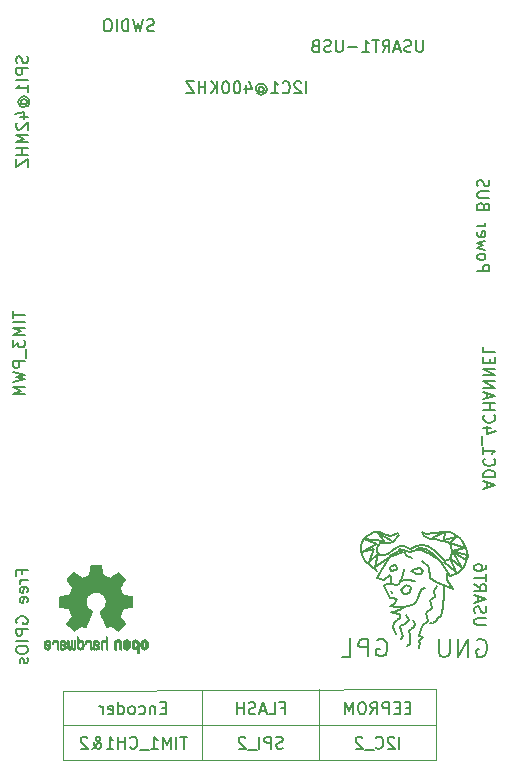
<source format=gbr>
G04 #@! TF.GenerationSoftware,KiCad,Pcbnew,(5.1.5)-2*
G04 #@! TF.CreationDate,2020-06-12T14:56:32+08:00*
G04 #@! TF.ProjectId,Bonjour STM32,426f6e6a-6f75-4722-9053-544d33322e6b,rev?*
G04 #@! TF.SameCoordinates,Original*
G04 #@! TF.FileFunction,Legend,Bot*
G04 #@! TF.FilePolarity,Positive*
%FSLAX46Y46*%
G04 Gerber Fmt 4.6, Leading zero omitted, Abs format (unit mm)*
G04 Created by KiCad (PCBNEW (5.1.5)-2) date 2020-06-12 14:56:32*
%MOMM*%
%LPD*%
G04 APERTURE LIST*
%ADD10C,0.120000*%
%ADD11C,0.150000*%
%ADD12C,0.010000*%
G04 APERTURE END LIST*
D10*
X200787000Y-116459000D02*
X169164000Y-116459000D01*
X180975000Y-119380000D02*
X180975000Y-113538000D01*
X190881000Y-113411000D02*
X190881000Y-119380000D01*
D11*
X179680619Y-117435380D02*
X179109190Y-117435380D01*
X179394904Y-118435380D02*
X179394904Y-117435380D01*
X178775857Y-118435380D02*
X178775857Y-117435380D01*
X178299666Y-118435380D02*
X178299666Y-117435380D01*
X177966333Y-118149666D01*
X177633000Y-117435380D01*
X177633000Y-118435380D01*
X176633000Y-118435380D02*
X177204428Y-118435380D01*
X176918714Y-118435380D02*
X176918714Y-117435380D01*
X177013952Y-117578238D01*
X177109190Y-117673476D01*
X177204428Y-117721095D01*
X176442523Y-118530619D02*
X175680619Y-118530619D01*
X174871095Y-118340142D02*
X174918714Y-118387761D01*
X175061571Y-118435380D01*
X175156809Y-118435380D01*
X175299666Y-118387761D01*
X175394904Y-118292523D01*
X175442523Y-118197285D01*
X175490142Y-118006809D01*
X175490142Y-117863952D01*
X175442523Y-117673476D01*
X175394904Y-117578238D01*
X175299666Y-117483000D01*
X175156809Y-117435380D01*
X175061571Y-117435380D01*
X174918714Y-117483000D01*
X174871095Y-117530619D01*
X174442523Y-118435380D02*
X174442523Y-117435380D01*
X174442523Y-117911571D02*
X173871095Y-117911571D01*
X173871095Y-118435380D02*
X173871095Y-117435380D01*
X172871095Y-118435380D02*
X173442523Y-118435380D01*
X173156809Y-118435380D02*
X173156809Y-117435380D01*
X173252047Y-117578238D01*
X173347285Y-117673476D01*
X173442523Y-117721095D01*
X171633000Y-118435380D02*
X171680619Y-118435380D01*
X171775857Y-118387761D01*
X171918714Y-118244904D01*
X172156809Y-117959190D01*
X172252047Y-117816333D01*
X172299666Y-117673476D01*
X172299666Y-117578238D01*
X172252047Y-117483000D01*
X172156809Y-117435380D01*
X172109190Y-117435380D01*
X172013952Y-117483000D01*
X171966333Y-117578238D01*
X171966333Y-117625857D01*
X172013952Y-117721095D01*
X172061571Y-117768714D01*
X172347285Y-117959190D01*
X172394904Y-118006809D01*
X172442523Y-118102047D01*
X172442523Y-118244904D01*
X172394904Y-118340142D01*
X172347285Y-118387761D01*
X172252047Y-118435380D01*
X172109190Y-118435380D01*
X172013952Y-118387761D01*
X171966333Y-118340142D01*
X171823476Y-118149666D01*
X171775857Y-118006809D01*
X171775857Y-117911571D01*
X171252047Y-117530619D02*
X171204428Y-117483000D01*
X171109190Y-117435380D01*
X170871095Y-117435380D01*
X170775857Y-117483000D01*
X170728238Y-117530619D01*
X170680619Y-117625857D01*
X170680619Y-117721095D01*
X170728238Y-117863952D01*
X171299666Y-118435380D01*
X170680619Y-118435380D01*
X177871095Y-114990571D02*
X177537761Y-114990571D01*
X177394904Y-115514380D02*
X177871095Y-115514380D01*
X177871095Y-114514380D01*
X177394904Y-114514380D01*
X176966333Y-114847714D02*
X176966333Y-115514380D01*
X176966333Y-114942952D02*
X176918714Y-114895333D01*
X176823476Y-114847714D01*
X176680619Y-114847714D01*
X176585380Y-114895333D01*
X176537761Y-114990571D01*
X176537761Y-115514380D01*
X175633000Y-115466761D02*
X175728238Y-115514380D01*
X175918714Y-115514380D01*
X176013952Y-115466761D01*
X176061571Y-115419142D01*
X176109190Y-115323904D01*
X176109190Y-115038190D01*
X176061571Y-114942952D01*
X176013952Y-114895333D01*
X175918714Y-114847714D01*
X175728238Y-114847714D01*
X175633000Y-114895333D01*
X175061571Y-115514380D02*
X175156809Y-115466761D01*
X175204428Y-115419142D01*
X175252047Y-115323904D01*
X175252047Y-115038190D01*
X175204428Y-114942952D01*
X175156809Y-114895333D01*
X175061571Y-114847714D01*
X174918714Y-114847714D01*
X174823476Y-114895333D01*
X174775857Y-114942952D01*
X174728238Y-115038190D01*
X174728238Y-115323904D01*
X174775857Y-115419142D01*
X174823476Y-115466761D01*
X174918714Y-115514380D01*
X175061571Y-115514380D01*
X173871095Y-115514380D02*
X173871095Y-114514380D01*
X173871095Y-115466761D02*
X173966333Y-115514380D01*
X174156809Y-115514380D01*
X174252047Y-115466761D01*
X174299666Y-115419142D01*
X174347285Y-115323904D01*
X174347285Y-115038190D01*
X174299666Y-114942952D01*
X174252047Y-114895333D01*
X174156809Y-114847714D01*
X173966333Y-114847714D01*
X173871095Y-114895333D01*
X173013952Y-115466761D02*
X173109190Y-115514380D01*
X173299666Y-115514380D01*
X173394904Y-115466761D01*
X173442523Y-115371523D01*
X173442523Y-114990571D01*
X173394904Y-114895333D01*
X173299666Y-114847714D01*
X173109190Y-114847714D01*
X173013952Y-114895333D01*
X172966333Y-114990571D01*
X172966333Y-115085809D01*
X173442523Y-115181047D01*
X172537761Y-115514380D02*
X172537761Y-114847714D01*
X172537761Y-115038190D02*
X172490142Y-114942952D01*
X172442523Y-114895333D01*
X172347285Y-114847714D01*
X172252047Y-114847714D01*
X187808952Y-118387761D02*
X187666095Y-118435380D01*
X187428000Y-118435380D01*
X187332761Y-118387761D01*
X187285142Y-118340142D01*
X187237523Y-118244904D01*
X187237523Y-118149666D01*
X187285142Y-118054428D01*
X187332761Y-118006809D01*
X187428000Y-117959190D01*
X187618476Y-117911571D01*
X187713714Y-117863952D01*
X187761333Y-117816333D01*
X187808952Y-117721095D01*
X187808952Y-117625857D01*
X187761333Y-117530619D01*
X187713714Y-117483000D01*
X187618476Y-117435380D01*
X187380380Y-117435380D01*
X187237523Y-117483000D01*
X186808952Y-118435380D02*
X186808952Y-117435380D01*
X186428000Y-117435380D01*
X186332761Y-117483000D01*
X186285142Y-117530619D01*
X186237523Y-117625857D01*
X186237523Y-117768714D01*
X186285142Y-117863952D01*
X186332761Y-117911571D01*
X186428000Y-117959190D01*
X186808952Y-117959190D01*
X185808952Y-118435380D02*
X185808952Y-117435380D01*
X185570857Y-118530619D02*
X184808952Y-118530619D01*
X184618476Y-117530619D02*
X184570857Y-117483000D01*
X184475619Y-117435380D01*
X184237523Y-117435380D01*
X184142285Y-117483000D01*
X184094666Y-117530619D01*
X184047047Y-117625857D01*
X184047047Y-117721095D01*
X184094666Y-117863952D01*
X184666095Y-118435380D01*
X184047047Y-118435380D01*
X187618476Y-114990571D02*
X187951809Y-114990571D01*
X187951809Y-115514380D02*
X187951809Y-114514380D01*
X187475619Y-114514380D01*
X186618476Y-115514380D02*
X187094666Y-115514380D01*
X187094666Y-114514380D01*
X186332761Y-115228666D02*
X185856571Y-115228666D01*
X186428000Y-115514380D02*
X186094666Y-114514380D01*
X185761333Y-115514380D01*
X185475619Y-115466761D02*
X185332761Y-115514380D01*
X185094666Y-115514380D01*
X184999428Y-115466761D01*
X184951809Y-115419142D01*
X184904190Y-115323904D01*
X184904190Y-115228666D01*
X184951809Y-115133428D01*
X184999428Y-115085809D01*
X185094666Y-115038190D01*
X185285142Y-114990571D01*
X185380380Y-114942952D01*
X185428000Y-114895333D01*
X185475619Y-114800095D01*
X185475619Y-114704857D01*
X185428000Y-114609619D01*
X185380380Y-114562000D01*
X185285142Y-114514380D01*
X185047047Y-114514380D01*
X184904190Y-114562000D01*
X184475619Y-115514380D02*
X184475619Y-114514380D01*
X184475619Y-114990571D02*
X183904190Y-114990571D01*
X183904190Y-115514380D02*
X183904190Y-114514380D01*
X197667333Y-118435380D02*
X197667333Y-117435380D01*
X197238761Y-117530619D02*
X197191142Y-117483000D01*
X197095904Y-117435380D01*
X196857809Y-117435380D01*
X196762571Y-117483000D01*
X196714952Y-117530619D01*
X196667333Y-117625857D01*
X196667333Y-117721095D01*
X196714952Y-117863952D01*
X197286380Y-118435380D01*
X196667333Y-118435380D01*
X195667333Y-118340142D02*
X195714952Y-118387761D01*
X195857809Y-118435380D01*
X195953047Y-118435380D01*
X196095904Y-118387761D01*
X196191142Y-118292523D01*
X196238761Y-118197285D01*
X196286380Y-118006809D01*
X196286380Y-117863952D01*
X196238761Y-117673476D01*
X196191142Y-117578238D01*
X196095904Y-117483000D01*
X195953047Y-117435380D01*
X195857809Y-117435380D01*
X195714952Y-117483000D01*
X195667333Y-117530619D01*
X195476857Y-118530619D02*
X194714952Y-118530619D01*
X194524476Y-117530619D02*
X194476857Y-117483000D01*
X194381619Y-117435380D01*
X194143523Y-117435380D01*
X194048285Y-117483000D01*
X194000666Y-117530619D01*
X193953047Y-117625857D01*
X193953047Y-117721095D01*
X194000666Y-117863952D01*
X194572095Y-118435380D01*
X193953047Y-118435380D01*
X198595904Y-114990571D02*
X198262571Y-114990571D01*
X198119714Y-115514380D02*
X198595904Y-115514380D01*
X198595904Y-114514380D01*
X198119714Y-114514380D01*
X197691142Y-114990571D02*
X197357809Y-114990571D01*
X197214952Y-115514380D02*
X197691142Y-115514380D01*
X197691142Y-114514380D01*
X197214952Y-114514380D01*
X196786380Y-115514380D02*
X196786380Y-114514380D01*
X196405428Y-114514380D01*
X196310190Y-114562000D01*
X196262571Y-114609619D01*
X196214952Y-114704857D01*
X196214952Y-114847714D01*
X196262571Y-114942952D01*
X196310190Y-114990571D01*
X196405428Y-115038190D01*
X196786380Y-115038190D01*
X195214952Y-115514380D02*
X195548285Y-115038190D01*
X195786380Y-115514380D02*
X195786380Y-114514380D01*
X195405428Y-114514380D01*
X195310190Y-114562000D01*
X195262571Y-114609619D01*
X195214952Y-114704857D01*
X195214952Y-114847714D01*
X195262571Y-114942952D01*
X195310190Y-114990571D01*
X195405428Y-115038190D01*
X195786380Y-115038190D01*
X194595904Y-114514380D02*
X194405428Y-114514380D01*
X194310190Y-114562000D01*
X194214952Y-114657238D01*
X194167333Y-114847714D01*
X194167333Y-115181047D01*
X194214952Y-115371523D01*
X194310190Y-115466761D01*
X194405428Y-115514380D01*
X194595904Y-115514380D01*
X194691142Y-115466761D01*
X194786380Y-115371523D01*
X194834000Y-115181047D01*
X194834000Y-114847714D01*
X194786380Y-114657238D01*
X194691142Y-114562000D01*
X194595904Y-114514380D01*
X193738761Y-115514380D02*
X193738761Y-114514380D01*
X193405428Y-115228666D01*
X193072095Y-114514380D01*
X193072095Y-115514380D01*
D10*
X169164000Y-119380000D02*
X200787000Y-119380000D01*
X169164000Y-113538000D02*
X169164000Y-119380000D01*
X200787000Y-113411000D02*
X169164000Y-113538000D01*
X200787000Y-119380000D02*
X200787000Y-113411000D01*
D11*
X199666666Y-58452380D02*
X199666666Y-59261904D01*
X199619047Y-59357142D01*
X199571428Y-59404761D01*
X199476190Y-59452380D01*
X199285714Y-59452380D01*
X199190476Y-59404761D01*
X199142857Y-59357142D01*
X199095238Y-59261904D01*
X199095238Y-58452380D01*
X198666666Y-59404761D02*
X198523809Y-59452380D01*
X198285714Y-59452380D01*
X198190476Y-59404761D01*
X198142857Y-59357142D01*
X198095238Y-59261904D01*
X198095238Y-59166666D01*
X198142857Y-59071428D01*
X198190476Y-59023809D01*
X198285714Y-58976190D01*
X198476190Y-58928571D01*
X198571428Y-58880952D01*
X198619047Y-58833333D01*
X198666666Y-58738095D01*
X198666666Y-58642857D01*
X198619047Y-58547619D01*
X198571428Y-58500000D01*
X198476190Y-58452380D01*
X198238095Y-58452380D01*
X198095238Y-58500000D01*
X197714285Y-59166666D02*
X197238095Y-59166666D01*
X197809523Y-59452380D02*
X197476190Y-58452380D01*
X197142857Y-59452380D01*
X196238095Y-59452380D02*
X196571428Y-58976190D01*
X196809523Y-59452380D02*
X196809523Y-58452380D01*
X196428571Y-58452380D01*
X196333333Y-58500000D01*
X196285714Y-58547619D01*
X196238095Y-58642857D01*
X196238095Y-58785714D01*
X196285714Y-58880952D01*
X196333333Y-58928571D01*
X196428571Y-58976190D01*
X196809523Y-58976190D01*
X195952380Y-58452380D02*
X195380952Y-58452380D01*
X195666666Y-59452380D02*
X195666666Y-58452380D01*
X194523809Y-59452380D02*
X195095238Y-59452380D01*
X194809523Y-59452380D02*
X194809523Y-58452380D01*
X194904761Y-58595238D01*
X195000000Y-58690476D01*
X195095238Y-58738095D01*
X194095238Y-59071428D02*
X193333333Y-59071428D01*
X192857142Y-58452380D02*
X192857142Y-59261904D01*
X192809523Y-59357142D01*
X192761904Y-59404761D01*
X192666666Y-59452380D01*
X192476190Y-59452380D01*
X192380952Y-59404761D01*
X192333333Y-59357142D01*
X192285714Y-59261904D01*
X192285714Y-58452380D01*
X191857142Y-59404761D02*
X191714285Y-59452380D01*
X191476190Y-59452380D01*
X191380952Y-59404761D01*
X191333333Y-59357142D01*
X191285714Y-59261904D01*
X191285714Y-59166666D01*
X191333333Y-59071428D01*
X191380952Y-59023809D01*
X191476190Y-58976190D01*
X191666666Y-58928571D01*
X191761904Y-58880952D01*
X191809523Y-58833333D01*
X191857142Y-58738095D01*
X191857142Y-58642857D01*
X191809523Y-58547619D01*
X191761904Y-58500000D01*
X191666666Y-58452380D01*
X191428571Y-58452380D01*
X191285714Y-58500000D01*
X190523809Y-58928571D02*
X190380952Y-58976190D01*
X190333333Y-59023809D01*
X190285714Y-59119047D01*
X190285714Y-59261904D01*
X190333333Y-59357142D01*
X190380952Y-59404761D01*
X190476190Y-59452380D01*
X190857142Y-59452380D01*
X190857142Y-58452380D01*
X190523809Y-58452380D01*
X190428571Y-58500000D01*
X190380952Y-58547619D01*
X190333333Y-58642857D01*
X190333333Y-58738095D01*
X190380952Y-58833333D01*
X190428571Y-58880952D01*
X190523809Y-58928571D01*
X190857142Y-58928571D01*
X176869047Y-57654761D02*
X176726190Y-57702380D01*
X176488095Y-57702380D01*
X176392857Y-57654761D01*
X176345238Y-57607142D01*
X176297619Y-57511904D01*
X176297619Y-57416666D01*
X176345238Y-57321428D01*
X176392857Y-57273809D01*
X176488095Y-57226190D01*
X176678571Y-57178571D01*
X176773809Y-57130952D01*
X176821428Y-57083333D01*
X176869047Y-56988095D01*
X176869047Y-56892857D01*
X176821428Y-56797619D01*
X176773809Y-56750000D01*
X176678571Y-56702380D01*
X176440476Y-56702380D01*
X176297619Y-56750000D01*
X175964285Y-56702380D02*
X175726190Y-57702380D01*
X175535714Y-56988095D01*
X175345238Y-57702380D01*
X175107142Y-56702380D01*
X174726190Y-57702380D02*
X174726190Y-56702380D01*
X174488095Y-56702380D01*
X174345238Y-56750000D01*
X174250000Y-56845238D01*
X174202380Y-56940476D01*
X174154761Y-57130952D01*
X174154761Y-57273809D01*
X174202380Y-57464285D01*
X174250000Y-57559523D01*
X174345238Y-57654761D01*
X174488095Y-57702380D01*
X174726190Y-57702380D01*
X173726190Y-57702380D02*
X173726190Y-56702380D01*
X173059523Y-56702380D02*
X172869047Y-56702380D01*
X172773809Y-56750000D01*
X172678571Y-56845238D01*
X172630952Y-57035714D01*
X172630952Y-57369047D01*
X172678571Y-57559523D01*
X172773809Y-57654761D01*
X172869047Y-57702380D01*
X173059523Y-57702380D01*
X173154761Y-57654761D01*
X173250000Y-57559523D01*
X173297619Y-57369047D01*
X173297619Y-57035714D01*
X173250000Y-56845238D01*
X173154761Y-56750000D01*
X173059523Y-56702380D01*
X204271619Y-78025142D02*
X205271619Y-78025142D01*
X205271619Y-77644190D01*
X205224000Y-77548952D01*
X205176380Y-77501333D01*
X205081142Y-77453714D01*
X204938285Y-77453714D01*
X204843047Y-77501333D01*
X204795428Y-77548952D01*
X204747809Y-77644190D01*
X204747809Y-78025142D01*
X204271619Y-76882285D02*
X204319238Y-76977523D01*
X204366857Y-77025142D01*
X204462095Y-77072761D01*
X204747809Y-77072761D01*
X204843047Y-77025142D01*
X204890666Y-76977523D01*
X204938285Y-76882285D01*
X204938285Y-76739428D01*
X204890666Y-76644190D01*
X204843047Y-76596571D01*
X204747809Y-76548952D01*
X204462095Y-76548952D01*
X204366857Y-76596571D01*
X204319238Y-76644190D01*
X204271619Y-76739428D01*
X204271619Y-76882285D01*
X204938285Y-76215619D02*
X204271619Y-76025142D01*
X204747809Y-75834666D01*
X204271619Y-75644190D01*
X204938285Y-75453714D01*
X204319238Y-74691809D02*
X204271619Y-74787047D01*
X204271619Y-74977523D01*
X204319238Y-75072761D01*
X204414476Y-75120380D01*
X204795428Y-75120380D01*
X204890666Y-75072761D01*
X204938285Y-74977523D01*
X204938285Y-74787047D01*
X204890666Y-74691809D01*
X204795428Y-74644190D01*
X204700190Y-74644190D01*
X204604952Y-75120380D01*
X204271619Y-74215619D02*
X204938285Y-74215619D01*
X204747809Y-74215619D02*
X204843047Y-74168000D01*
X204890666Y-74120380D01*
X204938285Y-74025142D01*
X204938285Y-73929904D01*
X204795428Y-72501333D02*
X204747809Y-72358476D01*
X204700190Y-72310857D01*
X204604952Y-72263238D01*
X204462095Y-72263238D01*
X204366857Y-72310857D01*
X204319238Y-72358476D01*
X204271619Y-72453714D01*
X204271619Y-72834666D01*
X205271619Y-72834666D01*
X205271619Y-72501333D01*
X205224000Y-72406095D01*
X205176380Y-72358476D01*
X205081142Y-72310857D01*
X204985904Y-72310857D01*
X204890666Y-72358476D01*
X204843047Y-72406095D01*
X204795428Y-72501333D01*
X204795428Y-72834666D01*
X205271619Y-71834666D02*
X204462095Y-71834666D01*
X204366857Y-71787047D01*
X204319238Y-71739428D01*
X204271619Y-71644190D01*
X204271619Y-71453714D01*
X204319238Y-71358476D01*
X204366857Y-71310857D01*
X204462095Y-71263238D01*
X205271619Y-71263238D01*
X204319238Y-70834666D02*
X204271619Y-70691809D01*
X204271619Y-70453714D01*
X204319238Y-70358476D01*
X204366857Y-70310857D01*
X204462095Y-70263238D01*
X204557333Y-70263238D01*
X204652571Y-70310857D01*
X204700190Y-70358476D01*
X204747809Y-70453714D01*
X204795428Y-70644190D01*
X204843047Y-70739428D01*
X204890666Y-70787047D01*
X204985904Y-70834666D01*
X205081142Y-70834666D01*
X205176380Y-70787047D01*
X205224000Y-70739428D01*
X205271619Y-70644190D01*
X205271619Y-70406095D01*
X205224000Y-70263238D01*
X205065333Y-96352571D02*
X205065333Y-95876380D01*
X204779619Y-96447809D02*
X205779619Y-96114476D01*
X204779619Y-95781142D01*
X204779619Y-95447809D02*
X205779619Y-95447809D01*
X205779619Y-95209714D01*
X205732000Y-95066857D01*
X205636761Y-94971619D01*
X205541523Y-94924000D01*
X205351047Y-94876380D01*
X205208190Y-94876380D01*
X205017714Y-94924000D01*
X204922476Y-94971619D01*
X204827238Y-95066857D01*
X204779619Y-95209714D01*
X204779619Y-95447809D01*
X204874857Y-93876380D02*
X204827238Y-93924000D01*
X204779619Y-94066857D01*
X204779619Y-94162095D01*
X204827238Y-94304952D01*
X204922476Y-94400190D01*
X205017714Y-94447809D01*
X205208190Y-94495428D01*
X205351047Y-94495428D01*
X205541523Y-94447809D01*
X205636761Y-94400190D01*
X205732000Y-94304952D01*
X205779619Y-94162095D01*
X205779619Y-94066857D01*
X205732000Y-93924000D01*
X205684380Y-93876380D01*
X204779619Y-92924000D02*
X204779619Y-93495428D01*
X204779619Y-93209714D02*
X205779619Y-93209714D01*
X205636761Y-93304952D01*
X205541523Y-93400190D01*
X205493904Y-93495428D01*
X204684380Y-92733523D02*
X204684380Y-91971619D01*
X205446285Y-91304952D02*
X204779619Y-91304952D01*
X205827238Y-91543047D02*
X205112952Y-91781142D01*
X205112952Y-91162095D01*
X204874857Y-90209714D02*
X204827238Y-90257333D01*
X204779619Y-90400190D01*
X204779619Y-90495428D01*
X204827238Y-90638285D01*
X204922476Y-90733523D01*
X205017714Y-90781142D01*
X205208190Y-90828761D01*
X205351047Y-90828761D01*
X205541523Y-90781142D01*
X205636761Y-90733523D01*
X205732000Y-90638285D01*
X205779619Y-90495428D01*
X205779619Y-90400190D01*
X205732000Y-90257333D01*
X205684380Y-90209714D01*
X204779619Y-89781142D02*
X205779619Y-89781142D01*
X205303428Y-89781142D02*
X205303428Y-89209714D01*
X204779619Y-89209714D02*
X205779619Y-89209714D01*
X205065333Y-88781142D02*
X205065333Y-88304952D01*
X204779619Y-88876380D02*
X205779619Y-88543047D01*
X204779619Y-88209714D01*
X204779619Y-87876380D02*
X205779619Y-87876380D01*
X204779619Y-87304952D01*
X205779619Y-87304952D01*
X204779619Y-86828761D02*
X205779619Y-86828761D01*
X204779619Y-86257333D01*
X205779619Y-86257333D01*
X205303428Y-85781142D02*
X205303428Y-85447809D01*
X204779619Y-85304952D02*
X204779619Y-85781142D01*
X205779619Y-85781142D01*
X205779619Y-85304952D01*
X204779619Y-84400190D02*
X204779619Y-84876380D01*
X205779619Y-84876380D01*
X189773809Y-62952380D02*
X189773809Y-61952380D01*
X189345238Y-62047619D02*
X189297619Y-62000000D01*
X189202380Y-61952380D01*
X188964285Y-61952380D01*
X188869047Y-62000000D01*
X188821428Y-62047619D01*
X188773809Y-62142857D01*
X188773809Y-62238095D01*
X188821428Y-62380952D01*
X189392857Y-62952380D01*
X188773809Y-62952380D01*
X187773809Y-62857142D02*
X187821428Y-62904761D01*
X187964285Y-62952380D01*
X188059523Y-62952380D01*
X188202380Y-62904761D01*
X188297619Y-62809523D01*
X188345238Y-62714285D01*
X188392857Y-62523809D01*
X188392857Y-62380952D01*
X188345238Y-62190476D01*
X188297619Y-62095238D01*
X188202380Y-62000000D01*
X188059523Y-61952380D01*
X187964285Y-61952380D01*
X187821428Y-62000000D01*
X187773809Y-62047619D01*
X186821428Y-62952380D02*
X187392857Y-62952380D01*
X187107142Y-62952380D02*
X187107142Y-61952380D01*
X187202380Y-62095238D01*
X187297619Y-62190476D01*
X187392857Y-62238095D01*
X185773809Y-62476190D02*
X185821428Y-62428571D01*
X185916666Y-62380952D01*
X186011904Y-62380952D01*
X186107142Y-62428571D01*
X186154761Y-62476190D01*
X186202380Y-62571428D01*
X186202380Y-62666666D01*
X186154761Y-62761904D01*
X186107142Y-62809523D01*
X186011904Y-62857142D01*
X185916666Y-62857142D01*
X185821428Y-62809523D01*
X185773809Y-62761904D01*
X185773809Y-62380952D02*
X185773809Y-62761904D01*
X185726190Y-62809523D01*
X185678571Y-62809523D01*
X185583333Y-62761904D01*
X185535714Y-62666666D01*
X185535714Y-62428571D01*
X185630952Y-62285714D01*
X185773809Y-62190476D01*
X185964285Y-62142857D01*
X186154761Y-62190476D01*
X186297619Y-62285714D01*
X186392857Y-62428571D01*
X186440476Y-62619047D01*
X186392857Y-62809523D01*
X186297619Y-62952380D01*
X186154761Y-63047619D01*
X185964285Y-63095238D01*
X185773809Y-63047619D01*
X185630952Y-62952380D01*
X184678571Y-62285714D02*
X184678571Y-62952380D01*
X184916666Y-61904761D02*
X185154761Y-62619047D01*
X184535714Y-62619047D01*
X183964285Y-61952380D02*
X183869047Y-61952380D01*
X183773809Y-62000000D01*
X183726190Y-62047619D01*
X183678571Y-62142857D01*
X183630952Y-62333333D01*
X183630952Y-62571428D01*
X183678571Y-62761904D01*
X183726190Y-62857142D01*
X183773809Y-62904761D01*
X183869047Y-62952380D01*
X183964285Y-62952380D01*
X184059523Y-62904761D01*
X184107142Y-62857142D01*
X184154761Y-62761904D01*
X184202380Y-62571428D01*
X184202380Y-62333333D01*
X184154761Y-62142857D01*
X184107142Y-62047619D01*
X184059523Y-62000000D01*
X183964285Y-61952380D01*
X183011904Y-61952380D02*
X182916666Y-61952380D01*
X182821428Y-62000000D01*
X182773809Y-62047619D01*
X182726190Y-62142857D01*
X182678571Y-62333333D01*
X182678571Y-62571428D01*
X182726190Y-62761904D01*
X182773809Y-62857142D01*
X182821428Y-62904761D01*
X182916666Y-62952380D01*
X183011904Y-62952380D01*
X183107142Y-62904761D01*
X183154761Y-62857142D01*
X183202380Y-62761904D01*
X183250000Y-62571428D01*
X183250000Y-62333333D01*
X183202380Y-62142857D01*
X183154761Y-62047619D01*
X183107142Y-62000000D01*
X183011904Y-61952380D01*
X182250000Y-62952380D02*
X182250000Y-61952380D01*
X181678571Y-62952380D02*
X182107142Y-62380952D01*
X181678571Y-61952380D02*
X182250000Y-62523809D01*
X181250000Y-62952380D02*
X181250000Y-61952380D01*
X181250000Y-62428571D02*
X180678571Y-62428571D01*
X180678571Y-62952380D02*
X180678571Y-61952380D01*
X180297619Y-61952380D02*
X179630952Y-61952380D01*
X180297619Y-62952380D01*
X179630952Y-62952380D01*
X165678571Y-103678571D02*
X165678571Y-103345238D01*
X166202380Y-103345238D02*
X165202380Y-103345238D01*
X165202380Y-103821428D01*
X166202380Y-104202380D02*
X165535714Y-104202380D01*
X165726190Y-104202380D02*
X165630952Y-104250000D01*
X165583333Y-104297619D01*
X165535714Y-104392857D01*
X165535714Y-104488095D01*
X166154761Y-105202380D02*
X166202380Y-105107142D01*
X166202380Y-104916666D01*
X166154761Y-104821428D01*
X166059523Y-104773809D01*
X165678571Y-104773809D01*
X165583333Y-104821428D01*
X165535714Y-104916666D01*
X165535714Y-105107142D01*
X165583333Y-105202380D01*
X165678571Y-105250000D01*
X165773809Y-105250000D01*
X165869047Y-104773809D01*
X166154761Y-106059523D02*
X166202380Y-105964285D01*
X166202380Y-105773809D01*
X166154761Y-105678571D01*
X166059523Y-105630952D01*
X165678571Y-105630952D01*
X165583333Y-105678571D01*
X165535714Y-105773809D01*
X165535714Y-105964285D01*
X165583333Y-106059523D01*
X165678571Y-106107142D01*
X165773809Y-106107142D01*
X165869047Y-105630952D01*
X165250000Y-107821428D02*
X165202380Y-107726190D01*
X165202380Y-107583333D01*
X165250000Y-107440476D01*
X165345238Y-107345238D01*
X165440476Y-107297619D01*
X165630952Y-107250000D01*
X165773809Y-107250000D01*
X165964285Y-107297619D01*
X166059523Y-107345238D01*
X166154761Y-107440476D01*
X166202380Y-107583333D01*
X166202380Y-107678571D01*
X166154761Y-107821428D01*
X166107142Y-107869047D01*
X165773809Y-107869047D01*
X165773809Y-107678571D01*
X166202380Y-108297619D02*
X165202380Y-108297619D01*
X165202380Y-108678571D01*
X165250000Y-108773809D01*
X165297619Y-108821428D01*
X165392857Y-108869047D01*
X165535714Y-108869047D01*
X165630952Y-108821428D01*
X165678571Y-108773809D01*
X165726190Y-108678571D01*
X165726190Y-108297619D01*
X166202380Y-109297619D02*
X165202380Y-109297619D01*
X165202380Y-109964285D02*
X165202380Y-110154761D01*
X165250000Y-110250000D01*
X165345238Y-110345238D01*
X165535714Y-110392857D01*
X165869047Y-110392857D01*
X166059523Y-110345238D01*
X166154761Y-110250000D01*
X166202380Y-110154761D01*
X166202380Y-109964285D01*
X166154761Y-109869047D01*
X166059523Y-109773809D01*
X165869047Y-109726190D01*
X165535714Y-109726190D01*
X165345238Y-109773809D01*
X165250000Y-109869047D01*
X165202380Y-109964285D01*
X166154761Y-110773809D02*
X166202380Y-110869047D01*
X166202380Y-111059523D01*
X166154761Y-111154761D01*
X166059523Y-111202380D01*
X166011904Y-111202380D01*
X165916666Y-111154761D01*
X165869047Y-111059523D01*
X165869047Y-110916666D01*
X165821428Y-110821428D01*
X165726190Y-110773809D01*
X165678571Y-110773809D01*
X165583333Y-110821428D01*
X165535714Y-110916666D01*
X165535714Y-111059523D01*
X165583333Y-111154761D01*
X164952380Y-81404761D02*
X164952380Y-81976190D01*
X165952380Y-81690476D02*
X164952380Y-81690476D01*
X165952380Y-82309523D02*
X164952380Y-82309523D01*
X165952380Y-82785714D02*
X164952380Y-82785714D01*
X165666666Y-83119047D01*
X164952380Y-83452380D01*
X165952380Y-83452380D01*
X164952380Y-83833333D02*
X164952380Y-84452380D01*
X165333333Y-84119047D01*
X165333333Y-84261904D01*
X165380952Y-84357142D01*
X165428571Y-84404761D01*
X165523809Y-84452380D01*
X165761904Y-84452380D01*
X165857142Y-84404761D01*
X165904761Y-84357142D01*
X165952380Y-84261904D01*
X165952380Y-83976190D01*
X165904761Y-83880952D01*
X165857142Y-83833333D01*
X166047619Y-84642857D02*
X166047619Y-85404761D01*
X165952380Y-85642857D02*
X164952380Y-85642857D01*
X164952380Y-86023809D01*
X165000000Y-86119047D01*
X165047619Y-86166666D01*
X165142857Y-86214285D01*
X165285714Y-86214285D01*
X165380952Y-86166666D01*
X165428571Y-86119047D01*
X165476190Y-86023809D01*
X165476190Y-85642857D01*
X164952380Y-86547619D02*
X165952380Y-86785714D01*
X165238095Y-86976190D01*
X165952380Y-87166666D01*
X164952380Y-87404761D01*
X165952380Y-87785714D02*
X164952380Y-87785714D01*
X165666666Y-88119047D01*
X164952380Y-88452380D01*
X165952380Y-88452380D01*
X205017619Y-107957619D02*
X204208095Y-107957619D01*
X204112857Y-107910000D01*
X204065238Y-107862380D01*
X204017619Y-107767142D01*
X204017619Y-107576666D01*
X204065238Y-107481428D01*
X204112857Y-107433809D01*
X204208095Y-107386190D01*
X205017619Y-107386190D01*
X204065238Y-106957619D02*
X204017619Y-106814761D01*
X204017619Y-106576666D01*
X204065238Y-106481428D01*
X204112857Y-106433809D01*
X204208095Y-106386190D01*
X204303333Y-106386190D01*
X204398571Y-106433809D01*
X204446190Y-106481428D01*
X204493809Y-106576666D01*
X204541428Y-106767142D01*
X204589047Y-106862380D01*
X204636666Y-106910000D01*
X204731904Y-106957619D01*
X204827142Y-106957619D01*
X204922380Y-106910000D01*
X204970000Y-106862380D01*
X205017619Y-106767142D01*
X205017619Y-106529047D01*
X204970000Y-106386190D01*
X204303333Y-106005238D02*
X204303333Y-105529047D01*
X204017619Y-106100476D02*
X205017619Y-105767142D01*
X204017619Y-105433809D01*
X204017619Y-104529047D02*
X204493809Y-104862380D01*
X204017619Y-105100476D02*
X205017619Y-105100476D01*
X205017619Y-104719523D01*
X204970000Y-104624285D01*
X204922380Y-104576666D01*
X204827142Y-104529047D01*
X204684285Y-104529047D01*
X204589047Y-104576666D01*
X204541428Y-104624285D01*
X204493809Y-104719523D01*
X204493809Y-105100476D01*
X205017619Y-104243333D02*
X205017619Y-103671904D01*
X204017619Y-103957619D02*
X205017619Y-103957619D01*
X205017619Y-102910000D02*
X205017619Y-103100476D01*
X204970000Y-103195714D01*
X204922380Y-103243333D01*
X204779523Y-103338571D01*
X204589047Y-103386190D01*
X204208095Y-103386190D01*
X204112857Y-103338571D01*
X204065238Y-103290952D01*
X204017619Y-103195714D01*
X204017619Y-103005238D01*
X204065238Y-102910000D01*
X204112857Y-102862380D01*
X204208095Y-102814761D01*
X204446190Y-102814761D01*
X204541428Y-102862380D01*
X204589047Y-102910000D01*
X204636666Y-103005238D01*
X204636666Y-103195714D01*
X204589047Y-103290952D01*
X204541428Y-103338571D01*
X204446190Y-103386190D01*
X166154761Y-59833333D02*
X166202380Y-59976190D01*
X166202380Y-60214285D01*
X166154761Y-60309523D01*
X166107142Y-60357142D01*
X166011904Y-60404761D01*
X165916666Y-60404761D01*
X165821428Y-60357142D01*
X165773809Y-60309523D01*
X165726190Y-60214285D01*
X165678571Y-60023809D01*
X165630952Y-59928571D01*
X165583333Y-59880952D01*
X165488095Y-59833333D01*
X165392857Y-59833333D01*
X165297619Y-59880952D01*
X165250000Y-59928571D01*
X165202380Y-60023809D01*
X165202380Y-60261904D01*
X165250000Y-60404761D01*
X166202380Y-60833333D02*
X165202380Y-60833333D01*
X165202380Y-61214285D01*
X165250000Y-61309523D01*
X165297619Y-61357142D01*
X165392857Y-61404761D01*
X165535714Y-61404761D01*
X165630952Y-61357142D01*
X165678571Y-61309523D01*
X165726190Y-61214285D01*
X165726190Y-60833333D01*
X166202380Y-61833333D02*
X165202380Y-61833333D01*
X166202380Y-62833333D02*
X166202380Y-62261904D01*
X166202380Y-62547619D02*
X165202380Y-62547619D01*
X165345238Y-62452380D01*
X165440476Y-62357142D01*
X165488095Y-62261904D01*
X165726190Y-63880952D02*
X165678571Y-63833333D01*
X165630952Y-63738095D01*
X165630952Y-63642857D01*
X165678571Y-63547619D01*
X165726190Y-63500000D01*
X165821428Y-63452380D01*
X165916666Y-63452380D01*
X166011904Y-63500000D01*
X166059523Y-63547619D01*
X166107142Y-63642857D01*
X166107142Y-63738095D01*
X166059523Y-63833333D01*
X166011904Y-63880952D01*
X165630952Y-63880952D02*
X166011904Y-63880952D01*
X166059523Y-63928571D01*
X166059523Y-63976190D01*
X166011904Y-64071428D01*
X165916666Y-64119047D01*
X165678571Y-64119047D01*
X165535714Y-64023809D01*
X165440476Y-63880952D01*
X165392857Y-63690476D01*
X165440476Y-63500000D01*
X165535714Y-63357142D01*
X165678571Y-63261904D01*
X165869047Y-63214285D01*
X166059523Y-63261904D01*
X166202380Y-63357142D01*
X166297619Y-63500000D01*
X166345238Y-63690476D01*
X166297619Y-63880952D01*
X166202380Y-64023809D01*
X165535714Y-64976190D02*
X166202380Y-64976190D01*
X165154761Y-64738095D02*
X165869047Y-64500000D01*
X165869047Y-65119047D01*
X165297619Y-65452380D02*
X165250000Y-65500000D01*
X165202380Y-65595238D01*
X165202380Y-65833333D01*
X165250000Y-65928571D01*
X165297619Y-65976190D01*
X165392857Y-66023809D01*
X165488095Y-66023809D01*
X165630952Y-65976190D01*
X166202380Y-65404761D01*
X166202380Y-66023809D01*
X166202380Y-66452380D02*
X165202380Y-66452380D01*
X165916666Y-66785714D01*
X165202380Y-67119047D01*
X166202380Y-67119047D01*
X166202380Y-67595238D02*
X165202380Y-67595238D01*
X165678571Y-67595238D02*
X165678571Y-68166666D01*
X166202380Y-68166666D02*
X165202380Y-68166666D01*
X165202380Y-68547619D02*
X165202380Y-69214285D01*
X166202380Y-68547619D01*
X166202380Y-69214285D01*
X195242180Y-102971600D02*
X195790820Y-103372920D01*
X194792600Y-102572820D02*
X195242180Y-102971600D01*
X194541140Y-102021640D02*
X194792600Y-102572820D01*
X194442080Y-101622860D02*
X194541140Y-102021640D01*
X194442080Y-101173280D02*
X194442080Y-101622860D01*
X194642740Y-100622100D02*
X194442080Y-101173280D01*
X195092320Y-100322380D02*
X194642740Y-100622100D01*
X195541900Y-100073460D02*
X195092320Y-100322380D01*
X195991480Y-100121720D02*
X195541900Y-100073460D01*
X196491860Y-100373180D02*
X195991480Y-100121720D01*
X196941440Y-100472240D02*
X196491860Y-100373180D01*
X197540880Y-100223320D02*
X196941440Y-100472240D01*
X196390260Y-104673400D02*
X196890640Y-105671620D01*
X196542660Y-104523540D02*
X196390260Y-104673400D01*
X196941440Y-104523540D02*
X196542660Y-104523540D01*
X196390260Y-104122220D02*
X196842380Y-103723440D01*
X195790820Y-104023160D02*
X196390260Y-104122220D01*
X196090540Y-103372920D02*
X195790820Y-104023160D01*
X196791580Y-102273100D02*
X196090540Y-103372920D01*
X196992240Y-102021640D02*
X196791580Y-102273100D01*
X197591680Y-101721920D02*
X196992240Y-102021640D01*
X198041260Y-101622860D02*
X197591680Y-101721920D01*
X198490840Y-101772720D02*
X198041260Y-101622860D01*
X198892160Y-101673660D02*
X198490840Y-101772720D01*
X199341740Y-101473000D02*
X198892160Y-101673660D01*
X199890380Y-101521260D02*
X199341740Y-101473000D01*
X200492360Y-101973380D02*
X199890380Y-101521260D01*
X201190860Y-102623620D02*
X200492360Y-101973380D01*
X201942700Y-103822500D02*
X201190860Y-102623620D01*
X202590400Y-103573580D02*
X201942700Y-103822500D01*
X203141580Y-103073200D02*
X202590400Y-103573580D01*
X203441300Y-102171500D02*
X203141580Y-103073200D01*
X203342240Y-101473000D02*
X203441300Y-102171500D01*
X202892660Y-100672900D02*
X203342240Y-101473000D01*
X202290680Y-100271580D02*
X202892660Y-100672900D01*
X201942700Y-100121720D02*
X202290680Y-100271580D01*
X201541380Y-100073460D02*
X201942700Y-100121720D01*
X200591420Y-100223320D02*
X201541380Y-100073460D01*
X199941180Y-100271580D02*
X200591420Y-100223320D01*
X199542400Y-100121720D02*
X199941180Y-100271580D01*
X199740520Y-100472240D02*
X199542400Y-100121720D01*
X200291700Y-100723700D02*
X199740520Y-100472240D01*
X200642220Y-100672900D02*
X200291700Y-100723700D01*
X201292460Y-100822760D02*
X200642220Y-100672900D01*
X201742040Y-100972620D02*
X201292460Y-100822760D01*
X202041760Y-101221540D02*
X201742040Y-100972620D01*
X202140820Y-101871780D02*
X202041760Y-101221540D01*
X201942700Y-102372160D02*
X202140820Y-101871780D01*
X201490580Y-102522020D02*
X201942700Y-102372160D01*
X201142600Y-102123240D02*
X201490580Y-102522020D01*
X200690480Y-101673660D02*
X201142600Y-102123240D01*
X200091040Y-101272340D02*
X200690480Y-101673660D01*
X199590660Y-101221540D02*
X200091040Y-101272340D01*
X199090280Y-101323140D02*
X199590660Y-101221540D01*
X198790560Y-101473000D02*
X199090280Y-101323140D01*
X198592440Y-101521260D02*
X198790560Y-101473000D01*
X198092060Y-101272340D02*
X198592440Y-101521260D01*
X197690740Y-101272340D02*
X198092060Y-101272340D01*
X197391020Y-101422200D02*
X197690740Y-101272340D01*
X197142100Y-101622860D02*
X197391020Y-101422200D01*
X196692520Y-101922580D02*
X197142100Y-101622860D01*
X196342000Y-102072440D02*
X196692520Y-101922580D01*
X196042280Y-102021640D02*
X196342000Y-102072440D01*
X195742560Y-101772720D02*
X196042280Y-102021640D01*
X195790820Y-101473000D02*
X195742560Y-101772720D01*
X195991480Y-101071680D02*
X195790820Y-101473000D01*
X196342000Y-101023420D02*
X195991480Y-101071680D01*
X196791580Y-101023420D02*
X196342000Y-101023420D01*
X197142100Y-100921820D02*
X196791580Y-101023420D01*
X197591680Y-100322380D02*
X197142100Y-100921820D01*
X200141840Y-103073200D02*
X199542400Y-102522020D01*
X200291700Y-104023160D02*
X200141840Y-103073200D01*
X200792080Y-104373680D02*
X200291700Y-104023160D01*
X202191620Y-104922320D02*
X200792080Y-104373680D01*
X201691240Y-104173020D02*
X202191620Y-104922320D01*
X201691240Y-103573580D02*
X201691240Y-104173020D01*
X198292720Y-102123240D02*
X198041260Y-101772720D01*
X198691500Y-102273100D02*
X198292720Y-102123240D01*
X199090280Y-103621840D02*
X198691500Y-103423720D01*
X199491600Y-103621840D02*
X199090280Y-103621840D01*
X199692260Y-103372920D02*
X199491600Y-103621840D01*
X199440800Y-103121460D02*
X199692260Y-103372920D01*
X198991220Y-103223060D02*
X199440800Y-103121460D01*
X198640700Y-103372920D02*
X198991220Y-103223060D01*
X196941440Y-103423720D02*
X197391020Y-103322120D01*
X196842380Y-103172260D02*
X196941440Y-103423720D01*
X196941440Y-102971600D02*
X196842380Y-103172260D01*
X197342760Y-102872540D02*
X196941440Y-102971600D01*
X197492620Y-103223060D02*
X197342760Y-102872540D01*
X197942200Y-105222040D02*
X197792340Y-104973120D01*
X198041260Y-105323640D02*
X197942200Y-105222040D01*
X198340980Y-105323640D02*
X198041260Y-105323640D01*
X198592440Y-105171240D02*
X198340980Y-105323640D01*
X198640700Y-104772460D02*
X198592440Y-105171240D01*
X198241920Y-104622600D02*
X198640700Y-104772460D01*
X197792340Y-104973120D02*
X198241920Y-104622600D01*
X196941440Y-105072180D02*
X197040500Y-105222040D01*
X197840600Y-104122220D02*
X197741540Y-104272080D01*
X197990460Y-103723440D02*
X197840600Y-104122220D01*
X198041260Y-103271320D02*
X197990460Y-103723440D01*
X198790560Y-104221280D02*
X198991220Y-104272080D01*
X198592440Y-104122220D02*
X198790560Y-104221280D01*
X198442580Y-104122220D02*
X198592440Y-104122220D01*
X198140320Y-104122220D02*
X198442580Y-104122220D01*
X197840600Y-104272080D02*
X198140320Y-104122220D01*
X197091300Y-104523540D02*
X196890640Y-104523540D01*
X197291960Y-104622600D02*
X197091300Y-104523540D01*
X197441820Y-104622600D02*
X197291960Y-104622600D01*
X197591680Y-104472740D02*
X197441820Y-104622600D01*
X197690740Y-104322880D02*
X197591680Y-104472740D01*
X196941440Y-103822500D02*
X196992240Y-104472740D01*
X197291960Y-106123740D02*
X196941440Y-106321860D01*
X197441820Y-105773220D02*
X197291960Y-106123740D01*
X197040500Y-105671620D02*
X197441820Y-105773220D01*
X196890640Y-105671620D02*
X197040500Y-105671620D01*
X199542400Y-104922320D02*
X199842120Y-104871520D01*
X199392540Y-105171240D02*
X199542400Y-104922320D01*
X199242680Y-105671620D02*
X199392540Y-105171240D01*
X199042020Y-106022140D02*
X199242680Y-105671620D01*
X198892160Y-106222800D02*
X199042020Y-106022140D01*
X198442580Y-106372660D02*
X198892160Y-106222800D01*
X197942200Y-106423460D02*
X198442580Y-106372660D01*
X197492620Y-106471720D02*
X197942200Y-106423460D01*
X196890640Y-106372660D02*
X197492620Y-106471720D01*
X197690740Y-106723180D02*
X197441820Y-106723180D01*
X198092060Y-106471720D02*
X197690740Y-106723180D01*
X197241160Y-108422440D02*
X197391020Y-108722160D01*
X197142100Y-108122720D02*
X197241160Y-108422440D01*
X197241160Y-107772200D02*
X197142100Y-108122720D01*
X197492620Y-107571540D02*
X197241160Y-107772200D01*
X197690740Y-107373420D02*
X197492620Y-107571540D01*
X197741540Y-107172760D02*
X197690740Y-107373420D01*
X197690740Y-107022900D02*
X197741540Y-107172760D01*
X197142100Y-106921300D02*
X197690740Y-107022900D01*
X196941440Y-106873040D02*
X197142100Y-106921300D01*
X197190360Y-106873040D02*
X196941440Y-106873040D01*
X197441820Y-106771440D02*
X197190360Y-106873040D01*
X197391020Y-108722160D02*
X197342760Y-108722160D01*
X197942200Y-108922820D02*
X197792340Y-109171740D01*
X197792340Y-108521500D02*
X197942200Y-108922820D01*
X197741540Y-108071920D02*
X197792340Y-108521500D01*
X198140320Y-107871260D02*
X197741540Y-108071920D01*
X198442580Y-107571540D02*
X198140320Y-107871260D01*
X198241920Y-107121960D02*
X198442580Y-107571540D01*
X198541640Y-109573060D02*
X198340980Y-109773720D01*
X198592440Y-109021880D02*
X198541640Y-109573060D01*
X198541640Y-108823760D02*
X198592440Y-109021880D01*
X198490840Y-108521500D02*
X198541640Y-108823760D01*
X198640700Y-108323380D02*
X198490840Y-108521500D01*
X198892160Y-108122720D02*
X198640700Y-108323380D01*
X198991220Y-107922060D02*
X198892160Y-108122720D01*
X198841360Y-107523280D02*
X198991220Y-107922060D01*
X199392540Y-109621320D02*
X199341740Y-109773720D01*
X199341740Y-109321600D02*
X199392540Y-109621320D01*
X199692260Y-108973620D02*
X199341740Y-109321600D01*
X199290940Y-108872020D02*
X199692260Y-108973620D01*
X199392540Y-108572300D02*
X199290940Y-108872020D01*
X199590660Y-108173520D02*
X199392540Y-108572300D01*
X199290940Y-109821980D02*
X199341740Y-109923580D01*
X200091040Y-107622340D02*
X199542400Y-108071920D01*
X199890380Y-106921300D02*
X200091040Y-107622340D01*
X200441560Y-106522520D02*
X199890380Y-106921300D01*
X200240900Y-105872280D02*
X200441560Y-106522520D01*
X200690480Y-105572560D02*
X200240900Y-105872280D01*
X200591420Y-105122980D02*
X200690480Y-105572560D01*
X200891140Y-104673400D02*
X200591420Y-105122980D01*
X200441560Y-107823000D02*
X200240900Y-107772200D01*
X201442320Y-105171240D02*
X201442320Y-104673400D01*
X201442320Y-105671620D02*
X201442320Y-105171240D01*
X201391520Y-106072940D02*
X201442320Y-105671620D01*
X201340720Y-106471720D02*
X201391520Y-106072940D01*
X201241660Y-106873040D02*
X201340720Y-106471720D01*
X201190860Y-107172760D02*
X201241660Y-106873040D01*
X200941940Y-107421680D02*
X201190860Y-107172760D01*
X200792080Y-107622340D02*
X200941940Y-107421680D01*
X200540620Y-107823000D02*
X200792080Y-107622340D01*
X199491600Y-101622860D02*
X199141080Y-101622860D01*
X200240900Y-101973380D02*
X199491600Y-101622860D01*
X200741280Y-102273100D02*
X200240900Y-101973380D01*
X197840600Y-101521260D02*
X197591680Y-101572060D01*
X195892420Y-100172520D02*
X197040500Y-100873560D01*
X196390260Y-100873560D02*
X195892420Y-100172520D01*
X194642740Y-100672900D02*
X196390260Y-100873560D01*
X195790820Y-101122480D02*
X194642740Y-100672900D01*
X194541140Y-101823520D02*
X195790820Y-101122480D01*
X195541900Y-101572060D02*
X194541140Y-101823520D01*
X195092320Y-102671880D02*
X195541900Y-101572060D01*
X195841620Y-101973380D02*
X195092320Y-102671880D01*
X195592700Y-103073200D02*
X195841620Y-101973380D01*
X196890640Y-102222300D02*
X195592700Y-103073200D01*
X197291960Y-102021640D02*
X196890640Y-102222300D01*
X197942200Y-101823520D02*
X197291960Y-102021640D01*
X201490580Y-100121720D02*
X200390760Y-100622100D01*
X201442320Y-100771960D02*
X201490580Y-100121720D01*
X202491340Y-100523040D02*
X201442320Y-100771960D01*
X201990960Y-101023420D02*
X202491340Y-100523040D01*
X203240640Y-101422200D02*
X201990960Y-101023420D01*
X202092560Y-101673660D02*
X203240640Y-101422200D01*
X203390500Y-102021640D02*
X202092560Y-101673660D01*
X203291440Y-102473760D02*
X203390500Y-102021640D01*
X202242420Y-101823520D02*
X203291440Y-102473760D01*
X202940920Y-103121460D02*
X202242420Y-101823520D01*
X201990960Y-102321360D02*
X202940920Y-103121460D01*
X202440540Y-103471980D02*
X201990960Y-102321360D01*
X201442320Y-102671880D02*
X202440540Y-103471980D01*
X204190600Y-110121700D02*
X204442060Y-110022640D01*
X204241400Y-110672880D02*
X204190600Y-110121700D01*
X204642720Y-110672880D02*
X204241400Y-110672880D01*
X204942440Y-110523020D02*
X204642720Y-110672880D01*
X205092300Y-110121700D02*
X204942440Y-110523020D01*
X205092300Y-109672120D02*
X205092300Y-110121700D01*
X204891640Y-109273340D02*
X205092300Y-109672120D01*
X204442060Y-109123480D02*
X204891640Y-109273340D01*
X204241400Y-109222540D02*
X204442060Y-109123480D01*
X202641200Y-110672880D02*
X202641200Y-109171740D01*
X203492100Y-109171740D02*
X202641200Y-110672880D01*
X203492100Y-110723680D02*
X203492100Y-109171740D01*
X201041000Y-110271560D02*
X201041000Y-109171740D01*
X201142600Y-110571280D02*
X201041000Y-110271560D01*
X201442320Y-110723680D02*
X201142600Y-110571280D01*
X201790300Y-110571280D02*
X201442320Y-110723680D01*
X201942700Y-110322360D02*
X201790300Y-110571280D01*
X201942700Y-109171740D02*
X201942700Y-110322360D01*
X195691760Y-110022640D02*
X195991480Y-110022640D01*
X195691760Y-110523020D02*
X195691760Y-110022640D01*
X196141340Y-110622080D02*
X195691760Y-110523020D01*
X196491860Y-110472220D02*
X196141340Y-110622080D01*
X196641720Y-110022640D02*
X196491860Y-110472220D01*
X196590920Y-109522260D02*
X196641720Y-110022640D01*
X196291200Y-109171740D02*
X196590920Y-109522260D01*
X195991480Y-109123480D02*
X196291200Y-109171740D01*
X195742560Y-109222540D02*
X195991480Y-109123480D01*
X194442080Y-109872780D02*
X194942460Y-109821980D01*
X194142360Y-109722920D02*
X194442080Y-109872780D01*
X194241420Y-109321600D02*
X194142360Y-109722920D01*
X194490340Y-109123480D02*
X194241420Y-109321600D01*
X195041520Y-109171740D02*
X194490340Y-109123480D01*
X195041520Y-110622080D02*
X195041520Y-109171740D01*
X193492120Y-110672880D02*
X192791080Y-110672880D01*
X193492120Y-109072680D02*
X193492120Y-110672880D01*
D12*
G36*
X171818122Y-102904276D02*
G01*
X171712388Y-102904855D01*
X171635868Y-102906422D01*
X171583628Y-102909472D01*
X171550737Y-102914496D01*
X171532263Y-102921989D01*
X171523273Y-102932444D01*
X171518837Y-102946353D01*
X171518406Y-102948154D01*
X171511667Y-102980645D01*
X171499192Y-103044752D01*
X171482281Y-103133651D01*
X171462229Y-103240519D01*
X171440336Y-103358533D01*
X171439571Y-103362678D01*
X171417641Y-103478331D01*
X171397123Y-103580514D01*
X171379341Y-103663098D01*
X171365619Y-103719956D01*
X171357282Y-103744958D01*
X171356884Y-103745401D01*
X171332323Y-103757610D01*
X171281685Y-103777956D01*
X171215905Y-103802045D01*
X171215539Y-103802174D01*
X171132683Y-103833318D01*
X171035000Y-103872991D01*
X170942923Y-103912881D01*
X170938566Y-103914853D01*
X170788593Y-103982920D01*
X170456502Y-103756139D01*
X170354626Y-103687004D01*
X170262343Y-103625197D01*
X170184997Y-103574233D01*
X170127936Y-103537627D01*
X170096505Y-103518894D01*
X170093521Y-103517504D01*
X170070679Y-103523690D01*
X170028018Y-103553535D01*
X169963872Y-103608447D01*
X169876579Y-103689834D01*
X169787465Y-103776422D01*
X169701559Y-103861747D01*
X169624673Y-103939608D01*
X169561436Y-104005197D01*
X169516477Y-104053705D01*
X169494424Y-104080325D01*
X169493604Y-104081695D01*
X169491166Y-104099963D01*
X169500350Y-104129795D01*
X169523426Y-104175221D01*
X169562663Y-104240270D01*
X169620330Y-104328970D01*
X169697205Y-104443157D01*
X169765430Y-104543662D01*
X169826418Y-104633803D01*
X169876644Y-104708349D01*
X169912584Y-104762065D01*
X169930713Y-104789718D01*
X169931854Y-104791595D01*
X169929641Y-104818090D01*
X169912862Y-104869586D01*
X169884858Y-104936351D01*
X169874878Y-104957672D01*
X169831328Y-105052659D01*
X169784866Y-105160437D01*
X169747123Y-105253692D01*
X169719927Y-105322906D01*
X169698325Y-105375506D01*
X169685842Y-105402997D01*
X169684291Y-105405116D01*
X169661332Y-105408624D01*
X169607214Y-105418238D01*
X169529132Y-105432589D01*
X169434281Y-105450307D01*
X169329857Y-105470025D01*
X169223056Y-105490374D01*
X169121074Y-105509986D01*
X169031106Y-105527491D01*
X168960347Y-105541522D01*
X168915994Y-105550709D01*
X168905115Y-105553307D01*
X168893878Y-105559718D01*
X168885395Y-105574197D01*
X168879286Y-105601633D01*
X168875168Y-105646911D01*
X168872659Y-105714920D01*
X168871379Y-105810547D01*
X168870946Y-105938680D01*
X168870923Y-105991201D01*
X168870923Y-106418345D01*
X168973500Y-106438591D01*
X169030569Y-106449570D01*
X169115731Y-106465595D01*
X169218628Y-106484733D01*
X169328904Y-106505051D01*
X169359385Y-106510632D01*
X169461145Y-106530417D01*
X169549795Y-106549873D01*
X169617892Y-106567197D01*
X169657996Y-106580588D01*
X169664677Y-106584579D01*
X169681081Y-106612842D01*
X169704601Y-106667609D01*
X169730684Y-106738088D01*
X169735858Y-106753269D01*
X169770044Y-106847396D01*
X169812477Y-106953601D01*
X169854003Y-107048973D01*
X169854208Y-107049416D01*
X169923360Y-107199025D01*
X169468488Y-107868117D01*
X169760500Y-108160616D01*
X169848820Y-108247670D01*
X169929375Y-108324409D01*
X169997640Y-108386737D01*
X170049092Y-108430556D01*
X170079206Y-108451770D01*
X170083526Y-108453116D01*
X170108889Y-108442516D01*
X170160642Y-108413047D01*
X170233132Y-108368205D01*
X170320706Y-108311484D01*
X170415388Y-108247962D01*
X170511484Y-108183168D01*
X170597163Y-108126787D01*
X170666984Y-108082288D01*
X170715506Y-108053139D01*
X170737218Y-108042808D01*
X170763707Y-108051550D01*
X170813938Y-108074587D01*
X170877549Y-108107131D01*
X170884292Y-108110749D01*
X170969954Y-108153710D01*
X171028694Y-108174779D01*
X171065228Y-108175003D01*
X171084269Y-108155428D01*
X171084380Y-108155154D01*
X171093898Y-108131972D01*
X171116597Y-108076941D01*
X171150718Y-107994322D01*
X171194500Y-107888372D01*
X171246184Y-107763352D01*
X171304008Y-107623520D01*
X171360009Y-107488137D01*
X171421553Y-107338734D01*
X171478061Y-107200332D01*
X171527839Y-107077173D01*
X171569194Y-106973502D01*
X171600432Y-106893559D01*
X171619859Y-106841588D01*
X171625846Y-106822192D01*
X171610832Y-106799943D01*
X171571561Y-106764482D01*
X171519193Y-106725387D01*
X171370059Y-106601745D01*
X171253489Y-106460022D01*
X171170882Y-106303204D01*
X171123634Y-106134275D01*
X171113143Y-105956222D01*
X171120769Y-105874039D01*
X171162318Y-105703531D01*
X171233877Y-105552959D01*
X171331005Y-105423809D01*
X171449266Y-105317564D01*
X171584220Y-105235710D01*
X171731429Y-105179732D01*
X171886456Y-105151115D01*
X172044861Y-105151344D01*
X172202206Y-105181905D01*
X172354054Y-105244282D01*
X172495965Y-105339960D01*
X172555197Y-105394072D01*
X172668797Y-105533020D01*
X172747894Y-105684861D01*
X172793014Y-105845167D01*
X172804684Y-106009512D01*
X172783431Y-106173471D01*
X172729780Y-106332618D01*
X172644260Y-106482525D01*
X172527395Y-106618767D01*
X172396807Y-106725387D01*
X172342412Y-106766142D01*
X172303986Y-106801218D01*
X172290154Y-106822226D01*
X172297397Y-106845135D01*
X172317995Y-106899865D01*
X172350254Y-106982172D01*
X172392479Y-107087815D01*
X172442977Y-107212550D01*
X172500052Y-107352136D01*
X172556146Y-107488170D01*
X172618033Y-107637701D01*
X172675356Y-107776267D01*
X172726356Y-107899607D01*
X172769273Y-108003464D01*
X172802347Y-108083580D01*
X172823819Y-108135695D01*
X172831775Y-108155154D01*
X172850571Y-108174923D01*
X172886926Y-108174865D01*
X172945521Y-108153941D01*
X173031032Y-108111113D01*
X173031708Y-108110749D01*
X173096093Y-108077512D01*
X173148139Y-108053302D01*
X173177488Y-108042904D01*
X173178783Y-108042808D01*
X173200876Y-108053355D01*
X173249652Y-108082684D01*
X173319669Y-108127327D01*
X173405486Y-108183814D01*
X173500612Y-108247962D01*
X173597460Y-108312911D01*
X173684747Y-108369396D01*
X173756819Y-108413921D01*
X173808023Y-108442990D01*
X173832474Y-108453116D01*
X173854990Y-108439807D01*
X173900258Y-108402612D01*
X173963756Y-108345628D01*
X174040961Y-108272949D01*
X174127349Y-108188671D01*
X174155601Y-108160516D01*
X174447713Y-107867916D01*
X174225369Y-107541604D01*
X174157798Y-107441397D01*
X174098493Y-107351463D01*
X174050783Y-107277010D01*
X174017993Y-107223251D01*
X174003452Y-107195394D01*
X174003026Y-107193412D01*
X174010692Y-107167155D01*
X174031311Y-107114337D01*
X174061315Y-107043810D01*
X174082375Y-106996593D01*
X174121752Y-106906194D01*
X174158835Y-106814866D01*
X174187585Y-106737700D01*
X174195395Y-106714192D01*
X174217583Y-106651416D01*
X174239273Y-106602911D01*
X174251187Y-106584579D01*
X174277477Y-106573359D01*
X174334858Y-106557454D01*
X174415882Y-106538667D01*
X174513105Y-106518799D01*
X174556615Y-106510632D01*
X174667104Y-106490329D01*
X174773084Y-106470670D01*
X174864199Y-106453588D01*
X174930092Y-106441018D01*
X174942500Y-106438591D01*
X175045077Y-106418345D01*
X175045077Y-105991201D01*
X175044847Y-105850746D01*
X175043901Y-105744479D01*
X175041859Y-105667513D01*
X175038338Y-105614960D01*
X175032957Y-105581933D01*
X175025334Y-105563545D01*
X175015088Y-105554908D01*
X175010885Y-105553307D01*
X174985530Y-105547627D01*
X174929516Y-105536295D01*
X174850036Y-105520679D01*
X174754288Y-105502147D01*
X174649467Y-105482069D01*
X174542768Y-105461812D01*
X174441387Y-105442746D01*
X174352521Y-105426239D01*
X174283363Y-105413659D01*
X174241111Y-105406375D01*
X174231710Y-105405116D01*
X174223193Y-105388263D01*
X174204340Y-105343370D01*
X174178676Y-105278930D01*
X174168877Y-105253692D01*
X174129352Y-105156186D01*
X174082808Y-105048459D01*
X174041123Y-104957672D01*
X174010450Y-104888253D01*
X173990044Y-104831210D01*
X173983232Y-104796277D01*
X173984318Y-104791595D01*
X173998715Y-104769491D01*
X174031588Y-104720331D01*
X174079410Y-104649348D01*
X174138652Y-104561778D01*
X174205785Y-104462857D01*
X174219059Y-104443330D01*
X174296954Y-104327640D01*
X174354213Y-104239544D01*
X174393119Y-104174986D01*
X174415956Y-104129911D01*
X174425006Y-104100263D01*
X174422552Y-104081985D01*
X174422489Y-104081869D01*
X174403173Y-104057861D01*
X174360449Y-104011447D01*
X174298949Y-103947437D01*
X174223302Y-103870645D01*
X174138139Y-103785882D01*
X174128535Y-103776422D01*
X174021210Y-103672489D01*
X173938385Y-103596175D01*
X173878395Y-103546071D01*
X173839577Y-103520770D01*
X173822480Y-103517504D01*
X173797527Y-103531750D01*
X173745745Y-103564656D01*
X173672480Y-103612708D01*
X173583080Y-103672390D01*
X173482889Y-103740188D01*
X173459499Y-103756139D01*
X173127407Y-103982920D01*
X172977435Y-103914853D01*
X172886230Y-103875185D01*
X172788331Y-103835291D01*
X172704169Y-103803483D01*
X172700462Y-103802174D01*
X172634631Y-103778076D01*
X172583884Y-103757700D01*
X172559158Y-103745436D01*
X172559116Y-103745401D01*
X172551271Y-103723234D01*
X172537934Y-103668717D01*
X172520430Y-103587980D01*
X172500083Y-103487150D01*
X172478218Y-103372356D01*
X172476429Y-103362678D01*
X172454496Y-103244404D01*
X172434360Y-103137042D01*
X172417320Y-103047417D01*
X172404672Y-102982351D01*
X172397716Y-102948668D01*
X172397594Y-102948154D01*
X172393361Y-102933825D01*
X172385129Y-102923007D01*
X172367967Y-102915206D01*
X172336942Y-102909929D01*
X172287122Y-102906682D01*
X172213576Y-102904972D01*
X172111371Y-102904307D01*
X171975575Y-102904193D01*
X171958000Y-102904192D01*
X171818122Y-102904276D01*
G37*
X171818122Y-102904276D02*
X171712388Y-102904855D01*
X171635868Y-102906422D01*
X171583628Y-102909472D01*
X171550737Y-102914496D01*
X171532263Y-102921989D01*
X171523273Y-102932444D01*
X171518837Y-102946353D01*
X171518406Y-102948154D01*
X171511667Y-102980645D01*
X171499192Y-103044752D01*
X171482281Y-103133651D01*
X171462229Y-103240519D01*
X171440336Y-103358533D01*
X171439571Y-103362678D01*
X171417641Y-103478331D01*
X171397123Y-103580514D01*
X171379341Y-103663098D01*
X171365619Y-103719956D01*
X171357282Y-103744958D01*
X171356884Y-103745401D01*
X171332323Y-103757610D01*
X171281685Y-103777956D01*
X171215905Y-103802045D01*
X171215539Y-103802174D01*
X171132683Y-103833318D01*
X171035000Y-103872991D01*
X170942923Y-103912881D01*
X170938566Y-103914853D01*
X170788593Y-103982920D01*
X170456502Y-103756139D01*
X170354626Y-103687004D01*
X170262343Y-103625197D01*
X170184997Y-103574233D01*
X170127936Y-103537627D01*
X170096505Y-103518894D01*
X170093521Y-103517504D01*
X170070679Y-103523690D01*
X170028018Y-103553535D01*
X169963872Y-103608447D01*
X169876579Y-103689834D01*
X169787465Y-103776422D01*
X169701559Y-103861747D01*
X169624673Y-103939608D01*
X169561436Y-104005197D01*
X169516477Y-104053705D01*
X169494424Y-104080325D01*
X169493604Y-104081695D01*
X169491166Y-104099963D01*
X169500350Y-104129795D01*
X169523426Y-104175221D01*
X169562663Y-104240270D01*
X169620330Y-104328970D01*
X169697205Y-104443157D01*
X169765430Y-104543662D01*
X169826418Y-104633803D01*
X169876644Y-104708349D01*
X169912584Y-104762065D01*
X169930713Y-104789718D01*
X169931854Y-104791595D01*
X169929641Y-104818090D01*
X169912862Y-104869586D01*
X169884858Y-104936351D01*
X169874878Y-104957672D01*
X169831328Y-105052659D01*
X169784866Y-105160437D01*
X169747123Y-105253692D01*
X169719927Y-105322906D01*
X169698325Y-105375506D01*
X169685842Y-105402997D01*
X169684291Y-105405116D01*
X169661332Y-105408624D01*
X169607214Y-105418238D01*
X169529132Y-105432589D01*
X169434281Y-105450307D01*
X169329857Y-105470025D01*
X169223056Y-105490374D01*
X169121074Y-105509986D01*
X169031106Y-105527491D01*
X168960347Y-105541522D01*
X168915994Y-105550709D01*
X168905115Y-105553307D01*
X168893878Y-105559718D01*
X168885395Y-105574197D01*
X168879286Y-105601633D01*
X168875168Y-105646911D01*
X168872659Y-105714920D01*
X168871379Y-105810547D01*
X168870946Y-105938680D01*
X168870923Y-105991201D01*
X168870923Y-106418345D01*
X168973500Y-106438591D01*
X169030569Y-106449570D01*
X169115731Y-106465595D01*
X169218628Y-106484733D01*
X169328904Y-106505051D01*
X169359385Y-106510632D01*
X169461145Y-106530417D01*
X169549795Y-106549873D01*
X169617892Y-106567197D01*
X169657996Y-106580588D01*
X169664677Y-106584579D01*
X169681081Y-106612842D01*
X169704601Y-106667609D01*
X169730684Y-106738088D01*
X169735858Y-106753269D01*
X169770044Y-106847396D01*
X169812477Y-106953601D01*
X169854003Y-107048973D01*
X169854208Y-107049416D01*
X169923360Y-107199025D01*
X169468488Y-107868117D01*
X169760500Y-108160616D01*
X169848820Y-108247670D01*
X169929375Y-108324409D01*
X169997640Y-108386737D01*
X170049092Y-108430556D01*
X170079206Y-108451770D01*
X170083526Y-108453116D01*
X170108889Y-108442516D01*
X170160642Y-108413047D01*
X170233132Y-108368205D01*
X170320706Y-108311484D01*
X170415388Y-108247962D01*
X170511484Y-108183168D01*
X170597163Y-108126787D01*
X170666984Y-108082288D01*
X170715506Y-108053139D01*
X170737218Y-108042808D01*
X170763707Y-108051550D01*
X170813938Y-108074587D01*
X170877549Y-108107131D01*
X170884292Y-108110749D01*
X170969954Y-108153710D01*
X171028694Y-108174779D01*
X171065228Y-108175003D01*
X171084269Y-108155428D01*
X171084380Y-108155154D01*
X171093898Y-108131972D01*
X171116597Y-108076941D01*
X171150718Y-107994322D01*
X171194500Y-107888372D01*
X171246184Y-107763352D01*
X171304008Y-107623520D01*
X171360009Y-107488137D01*
X171421553Y-107338734D01*
X171478061Y-107200332D01*
X171527839Y-107077173D01*
X171569194Y-106973502D01*
X171600432Y-106893559D01*
X171619859Y-106841588D01*
X171625846Y-106822192D01*
X171610832Y-106799943D01*
X171571561Y-106764482D01*
X171519193Y-106725387D01*
X171370059Y-106601745D01*
X171253489Y-106460022D01*
X171170882Y-106303204D01*
X171123634Y-106134275D01*
X171113143Y-105956222D01*
X171120769Y-105874039D01*
X171162318Y-105703531D01*
X171233877Y-105552959D01*
X171331005Y-105423809D01*
X171449266Y-105317564D01*
X171584220Y-105235710D01*
X171731429Y-105179732D01*
X171886456Y-105151115D01*
X172044861Y-105151344D01*
X172202206Y-105181905D01*
X172354054Y-105244282D01*
X172495965Y-105339960D01*
X172555197Y-105394072D01*
X172668797Y-105533020D01*
X172747894Y-105684861D01*
X172793014Y-105845167D01*
X172804684Y-106009512D01*
X172783431Y-106173471D01*
X172729780Y-106332618D01*
X172644260Y-106482525D01*
X172527395Y-106618767D01*
X172396807Y-106725387D01*
X172342412Y-106766142D01*
X172303986Y-106801218D01*
X172290154Y-106822226D01*
X172297397Y-106845135D01*
X172317995Y-106899865D01*
X172350254Y-106982172D01*
X172392479Y-107087815D01*
X172442977Y-107212550D01*
X172500052Y-107352136D01*
X172556146Y-107488170D01*
X172618033Y-107637701D01*
X172675356Y-107776267D01*
X172726356Y-107899607D01*
X172769273Y-108003464D01*
X172802347Y-108083580D01*
X172823819Y-108135695D01*
X172831775Y-108155154D01*
X172850571Y-108174923D01*
X172886926Y-108174865D01*
X172945521Y-108153941D01*
X173031032Y-108111113D01*
X173031708Y-108110749D01*
X173096093Y-108077512D01*
X173148139Y-108053302D01*
X173177488Y-108042904D01*
X173178783Y-108042808D01*
X173200876Y-108053355D01*
X173249652Y-108082684D01*
X173319669Y-108127327D01*
X173405486Y-108183814D01*
X173500612Y-108247962D01*
X173597460Y-108312911D01*
X173684747Y-108369396D01*
X173756819Y-108413921D01*
X173808023Y-108442990D01*
X173832474Y-108453116D01*
X173854990Y-108439807D01*
X173900258Y-108402612D01*
X173963756Y-108345628D01*
X174040961Y-108272949D01*
X174127349Y-108188671D01*
X174155601Y-108160516D01*
X174447713Y-107867916D01*
X174225369Y-107541604D01*
X174157798Y-107441397D01*
X174098493Y-107351463D01*
X174050783Y-107277010D01*
X174017993Y-107223251D01*
X174003452Y-107195394D01*
X174003026Y-107193412D01*
X174010692Y-107167155D01*
X174031311Y-107114337D01*
X174061315Y-107043810D01*
X174082375Y-106996593D01*
X174121752Y-106906194D01*
X174158835Y-106814866D01*
X174187585Y-106737700D01*
X174195395Y-106714192D01*
X174217583Y-106651416D01*
X174239273Y-106602911D01*
X174251187Y-106584579D01*
X174277477Y-106573359D01*
X174334858Y-106557454D01*
X174415882Y-106538667D01*
X174513105Y-106518799D01*
X174556615Y-106510632D01*
X174667104Y-106490329D01*
X174773084Y-106470670D01*
X174864199Y-106453588D01*
X174930092Y-106441018D01*
X174942500Y-106438591D01*
X175045077Y-106418345D01*
X175045077Y-105991201D01*
X175044847Y-105850746D01*
X175043901Y-105744479D01*
X175041859Y-105667513D01*
X175038338Y-105614960D01*
X175032957Y-105581933D01*
X175025334Y-105563545D01*
X175015088Y-105554908D01*
X175010885Y-105553307D01*
X174985530Y-105547627D01*
X174929516Y-105536295D01*
X174850036Y-105520679D01*
X174754288Y-105502147D01*
X174649467Y-105482069D01*
X174542768Y-105461812D01*
X174441387Y-105442746D01*
X174352521Y-105426239D01*
X174283363Y-105413659D01*
X174241111Y-105406375D01*
X174231710Y-105405116D01*
X174223193Y-105388263D01*
X174204340Y-105343370D01*
X174178676Y-105278930D01*
X174168877Y-105253692D01*
X174129352Y-105156186D01*
X174082808Y-105048459D01*
X174041123Y-104957672D01*
X174010450Y-104888253D01*
X173990044Y-104831210D01*
X173983232Y-104796277D01*
X173984318Y-104791595D01*
X173998715Y-104769491D01*
X174031588Y-104720331D01*
X174079410Y-104649348D01*
X174138652Y-104561778D01*
X174205785Y-104462857D01*
X174219059Y-104443330D01*
X174296954Y-104327640D01*
X174354213Y-104239544D01*
X174393119Y-104174986D01*
X174415956Y-104129911D01*
X174425006Y-104100263D01*
X174422552Y-104081985D01*
X174422489Y-104081869D01*
X174403173Y-104057861D01*
X174360449Y-104011447D01*
X174298949Y-103947437D01*
X174223302Y-103870645D01*
X174138139Y-103785882D01*
X174128535Y-103776422D01*
X174021210Y-103672489D01*
X173938385Y-103596175D01*
X173878395Y-103546071D01*
X173839577Y-103520770D01*
X173822480Y-103517504D01*
X173797527Y-103531750D01*
X173745745Y-103564656D01*
X173672480Y-103612708D01*
X173583080Y-103672390D01*
X173482889Y-103740188D01*
X173459499Y-103756139D01*
X173127407Y-103982920D01*
X172977435Y-103914853D01*
X172886230Y-103875185D01*
X172788331Y-103835291D01*
X172704169Y-103803483D01*
X172700462Y-103802174D01*
X172634631Y-103778076D01*
X172583884Y-103757700D01*
X172559158Y-103745436D01*
X172559116Y-103745401D01*
X172551271Y-103723234D01*
X172537934Y-103668717D01*
X172520430Y-103587980D01*
X172500083Y-103487150D01*
X172478218Y-103372356D01*
X172476429Y-103362678D01*
X172454496Y-103244404D01*
X172434360Y-103137042D01*
X172417320Y-103047417D01*
X172404672Y-102982351D01*
X172397716Y-102948668D01*
X172397594Y-102948154D01*
X172393361Y-102933825D01*
X172385129Y-102923007D01*
X172367967Y-102915206D01*
X172336942Y-102909929D01*
X172287122Y-102906682D01*
X172213576Y-102904972D01*
X172111371Y-102904307D01*
X171975575Y-102904193D01*
X171958000Y-102904192D01*
X171818122Y-102904276D01*
G36*
X167712776Y-109264338D02*
G01*
X167635472Y-109314861D01*
X167598186Y-109360090D01*
X167568647Y-109442163D01*
X167566301Y-109507107D01*
X167571615Y-109593945D01*
X167771885Y-109681603D01*
X167869261Y-109726387D01*
X167932887Y-109762413D01*
X167965971Y-109793617D01*
X167971720Y-109823936D01*
X167953342Y-109857305D01*
X167933077Y-109879423D01*
X167874111Y-109914893D01*
X167809976Y-109917379D01*
X167751074Y-109889735D01*
X167707803Y-109834820D01*
X167700064Y-109815428D01*
X167662994Y-109754864D01*
X167620346Y-109729052D01*
X167561846Y-109706971D01*
X167561846Y-109790684D01*
X167567018Y-109847650D01*
X167587277Y-109895689D01*
X167629738Y-109950846D01*
X167636049Y-109958014D01*
X167683280Y-110007085D01*
X167723879Y-110033420D01*
X167774672Y-110045535D01*
X167816780Y-110049503D01*
X167892098Y-110050491D01*
X167945714Y-110037966D01*
X167979162Y-110019369D01*
X168031732Y-109978475D01*
X168068121Y-109934248D01*
X168091150Y-109878626D01*
X168103641Y-109803547D01*
X168108413Y-109700949D01*
X168108794Y-109648876D01*
X168107499Y-109586448D01*
X167989529Y-109586448D01*
X167988161Y-109619938D01*
X167984751Y-109625423D01*
X167962247Y-109617972D01*
X167913818Y-109598253D01*
X167849092Y-109570218D01*
X167835557Y-109564192D01*
X167753756Y-109522596D01*
X167708688Y-109486038D01*
X167698783Y-109451796D01*
X167722474Y-109417148D01*
X167742040Y-109401839D01*
X167812640Y-109371221D01*
X167878720Y-109376280D01*
X167934041Y-109413651D01*
X167972364Y-109479973D01*
X167984651Y-109532616D01*
X167989529Y-109586448D01*
X168107499Y-109586448D01*
X168106270Y-109527220D01*
X168096968Y-109437210D01*
X168078540Y-109371667D01*
X168048640Y-109323412D01*
X168004920Y-109285267D01*
X167985859Y-109272940D01*
X167899274Y-109240836D01*
X167804478Y-109238816D01*
X167712776Y-109264338D01*
G37*
X167712776Y-109264338D02*
X167635472Y-109314861D01*
X167598186Y-109360090D01*
X167568647Y-109442163D01*
X167566301Y-109507107D01*
X167571615Y-109593945D01*
X167771885Y-109681603D01*
X167869261Y-109726387D01*
X167932887Y-109762413D01*
X167965971Y-109793617D01*
X167971720Y-109823936D01*
X167953342Y-109857305D01*
X167933077Y-109879423D01*
X167874111Y-109914893D01*
X167809976Y-109917379D01*
X167751074Y-109889735D01*
X167707803Y-109834820D01*
X167700064Y-109815428D01*
X167662994Y-109754864D01*
X167620346Y-109729052D01*
X167561846Y-109706971D01*
X167561846Y-109790684D01*
X167567018Y-109847650D01*
X167587277Y-109895689D01*
X167629738Y-109950846D01*
X167636049Y-109958014D01*
X167683280Y-110007085D01*
X167723879Y-110033420D01*
X167774672Y-110045535D01*
X167816780Y-110049503D01*
X167892098Y-110050491D01*
X167945714Y-110037966D01*
X167979162Y-110019369D01*
X168031732Y-109978475D01*
X168068121Y-109934248D01*
X168091150Y-109878626D01*
X168103641Y-109803547D01*
X168108413Y-109700949D01*
X168108794Y-109648876D01*
X168107499Y-109586448D01*
X167989529Y-109586448D01*
X167988161Y-109619938D01*
X167984751Y-109625423D01*
X167962247Y-109617972D01*
X167913818Y-109598253D01*
X167849092Y-109570218D01*
X167835557Y-109564192D01*
X167753756Y-109522596D01*
X167708688Y-109486038D01*
X167698783Y-109451796D01*
X167722474Y-109417148D01*
X167742040Y-109401839D01*
X167812640Y-109371221D01*
X167878720Y-109376280D01*
X167934041Y-109413651D01*
X167972364Y-109479973D01*
X167984651Y-109532616D01*
X167989529Y-109586448D01*
X168107499Y-109586448D01*
X168106270Y-109527220D01*
X168096968Y-109437210D01*
X168078540Y-109371667D01*
X168048640Y-109323412D01*
X168004920Y-109285267D01*
X167985859Y-109272940D01*
X167899274Y-109240836D01*
X167804478Y-109238816D01*
X167712776Y-109264338D01*
G36*
X168387193Y-109253282D02*
G01*
X168363839Y-109263488D01*
X168308098Y-109307634D01*
X168260431Y-109371467D01*
X168230952Y-109439587D01*
X168226154Y-109473170D01*
X168242240Y-109520056D01*
X168277525Y-109544865D01*
X168315356Y-109559887D01*
X168332679Y-109562655D01*
X168341114Y-109542566D01*
X168357770Y-109498851D01*
X168365077Y-109479098D01*
X168406052Y-109410771D01*
X168465378Y-109376691D01*
X168541448Y-109377739D01*
X168547082Y-109379081D01*
X168587695Y-109398336D01*
X168617552Y-109435875D01*
X168637945Y-109496309D01*
X168650164Y-109584251D01*
X168655500Y-109704313D01*
X168656000Y-109768198D01*
X168656248Y-109868903D01*
X168657874Y-109937554D01*
X168662199Y-109981173D01*
X168670546Y-110006782D01*
X168684235Y-110021403D01*
X168704589Y-110032058D01*
X168705766Y-110032595D01*
X168744962Y-110049167D01*
X168764381Y-110055269D01*
X168767365Y-110036819D01*
X168769919Y-109985823D01*
X168771860Y-109908808D01*
X168773003Y-109812305D01*
X168773231Y-109741684D01*
X168772068Y-109605025D01*
X168767521Y-109501351D01*
X168758001Y-109424608D01*
X168741919Y-109368746D01*
X168717687Y-109327712D01*
X168683714Y-109295454D01*
X168650167Y-109272940D01*
X168569501Y-109242976D01*
X168475619Y-109236218D01*
X168387193Y-109253282D01*
G37*
X168387193Y-109253282D02*
X168363839Y-109263488D01*
X168308098Y-109307634D01*
X168260431Y-109371467D01*
X168230952Y-109439587D01*
X168226154Y-109473170D01*
X168242240Y-109520056D01*
X168277525Y-109544865D01*
X168315356Y-109559887D01*
X168332679Y-109562655D01*
X168341114Y-109542566D01*
X168357770Y-109498851D01*
X168365077Y-109479098D01*
X168406052Y-109410771D01*
X168465378Y-109376691D01*
X168541448Y-109377739D01*
X168547082Y-109379081D01*
X168587695Y-109398336D01*
X168617552Y-109435875D01*
X168637945Y-109496309D01*
X168650164Y-109584251D01*
X168655500Y-109704313D01*
X168656000Y-109768198D01*
X168656248Y-109868903D01*
X168657874Y-109937554D01*
X168662199Y-109981173D01*
X168670546Y-110006782D01*
X168684235Y-110021403D01*
X168704589Y-110032058D01*
X168705766Y-110032595D01*
X168744962Y-110049167D01*
X168764381Y-110055269D01*
X168767365Y-110036819D01*
X168769919Y-109985823D01*
X168771860Y-109908808D01*
X168773003Y-109812305D01*
X168773231Y-109741684D01*
X168772068Y-109605025D01*
X168767521Y-109501351D01*
X168758001Y-109424608D01*
X168741919Y-109368746D01*
X168717687Y-109327712D01*
X168683714Y-109295454D01*
X168650167Y-109272940D01*
X168569501Y-109242976D01*
X168475619Y-109236218D01*
X168387193Y-109253282D01*
G36*
X169070667Y-109250028D02*
G01*
X169014410Y-109275617D01*
X168970253Y-109306624D01*
X168937899Y-109341295D01*
X168915562Y-109386020D01*
X168901454Y-109447192D01*
X168893789Y-109531201D01*
X168890780Y-109644440D01*
X168890462Y-109719009D01*
X168890462Y-110009920D01*
X168940227Y-110032595D01*
X168979424Y-110049167D01*
X168998843Y-110055269D01*
X169002558Y-110037110D01*
X169005505Y-109988148D01*
X169007309Y-109916653D01*
X169007692Y-109859885D01*
X169009339Y-109777871D01*
X169013778Y-109712809D01*
X169020260Y-109672967D01*
X169025410Y-109664500D01*
X169060023Y-109673146D01*
X169114360Y-109695323D01*
X169177278Y-109725386D01*
X169237632Y-109757692D01*
X169284279Y-109786598D01*
X169306074Y-109806461D01*
X169306161Y-109806675D01*
X169304286Y-109843435D01*
X169287475Y-109878526D01*
X169257961Y-109907028D01*
X169214884Y-109916561D01*
X169178068Y-109915450D01*
X169125926Y-109914633D01*
X169098556Y-109926849D01*
X169082118Y-109959124D01*
X169080045Y-109965210D01*
X169072919Y-110011239D01*
X169091976Y-110039187D01*
X169141647Y-110052507D01*
X169195303Y-110054970D01*
X169291858Y-110036710D01*
X169341841Y-110010631D01*
X169403571Y-109949368D01*
X169436310Y-109874170D01*
X169439247Y-109794711D01*
X169411576Y-109720667D01*
X169369953Y-109674269D01*
X169328396Y-109648293D01*
X169263078Y-109615407D01*
X169186962Y-109582057D01*
X169174274Y-109576961D01*
X169090667Y-109540065D01*
X169042470Y-109507546D01*
X169026970Y-109475218D01*
X169041450Y-109438894D01*
X169066308Y-109410500D01*
X169125061Y-109375539D01*
X169189707Y-109372917D01*
X169248992Y-109399858D01*
X169291661Y-109453588D01*
X169297261Y-109467450D01*
X169329867Y-109518436D01*
X169377470Y-109556287D01*
X169437539Y-109587350D01*
X169437539Y-109499268D01*
X169434003Y-109445451D01*
X169418844Y-109403034D01*
X169385232Y-109357779D01*
X169352965Y-109322920D01*
X169302791Y-109273562D01*
X169263807Y-109247047D01*
X169221936Y-109236411D01*
X169174540Y-109234654D01*
X169070667Y-109250028D01*
G37*
X169070667Y-109250028D02*
X169014410Y-109275617D01*
X168970253Y-109306624D01*
X168937899Y-109341295D01*
X168915562Y-109386020D01*
X168901454Y-109447192D01*
X168893789Y-109531201D01*
X168890780Y-109644440D01*
X168890462Y-109719009D01*
X168890462Y-110009920D01*
X168940227Y-110032595D01*
X168979424Y-110049167D01*
X168998843Y-110055269D01*
X169002558Y-110037110D01*
X169005505Y-109988148D01*
X169007309Y-109916653D01*
X169007692Y-109859885D01*
X169009339Y-109777871D01*
X169013778Y-109712809D01*
X169020260Y-109672967D01*
X169025410Y-109664500D01*
X169060023Y-109673146D01*
X169114360Y-109695323D01*
X169177278Y-109725386D01*
X169237632Y-109757692D01*
X169284279Y-109786598D01*
X169306074Y-109806461D01*
X169306161Y-109806675D01*
X169304286Y-109843435D01*
X169287475Y-109878526D01*
X169257961Y-109907028D01*
X169214884Y-109916561D01*
X169178068Y-109915450D01*
X169125926Y-109914633D01*
X169098556Y-109926849D01*
X169082118Y-109959124D01*
X169080045Y-109965210D01*
X169072919Y-110011239D01*
X169091976Y-110039187D01*
X169141647Y-110052507D01*
X169195303Y-110054970D01*
X169291858Y-110036710D01*
X169341841Y-110010631D01*
X169403571Y-109949368D01*
X169436310Y-109874170D01*
X169439247Y-109794711D01*
X169411576Y-109720667D01*
X169369953Y-109674269D01*
X169328396Y-109648293D01*
X169263078Y-109615407D01*
X169186962Y-109582057D01*
X169174274Y-109576961D01*
X169090667Y-109540065D01*
X169042470Y-109507546D01*
X169026970Y-109475218D01*
X169041450Y-109438894D01*
X169066308Y-109410500D01*
X169125061Y-109375539D01*
X169189707Y-109372917D01*
X169248992Y-109399858D01*
X169291661Y-109453588D01*
X169297261Y-109467450D01*
X169329867Y-109518436D01*
X169377470Y-109556287D01*
X169437539Y-109587350D01*
X169437539Y-109499268D01*
X169434003Y-109445451D01*
X169418844Y-109403034D01*
X169385232Y-109357779D01*
X169352965Y-109322920D01*
X169302791Y-109273562D01*
X169263807Y-109247047D01*
X169221936Y-109236411D01*
X169174540Y-109234654D01*
X169070667Y-109250028D01*
G36*
X169562071Y-109253162D02*
G01*
X169559089Y-109304568D01*
X169556753Y-109382692D01*
X169555251Y-109481357D01*
X169554769Y-109584843D01*
X169554769Y-109935033D01*
X169616599Y-109996863D01*
X169659207Y-110034962D01*
X169696610Y-110050395D01*
X169747730Y-110049418D01*
X169768022Y-110046933D01*
X169831446Y-110039700D01*
X169883905Y-110035555D01*
X169896692Y-110035172D01*
X169939801Y-110037676D01*
X170001456Y-110043962D01*
X170025362Y-110046933D01*
X170084078Y-110051528D01*
X170123536Y-110041546D01*
X170162662Y-110010728D01*
X170176785Y-109996863D01*
X170238615Y-109935033D01*
X170238615Y-109280003D01*
X170188850Y-109257329D01*
X170145998Y-109240534D01*
X170120927Y-109234654D01*
X170114499Y-109253236D01*
X170108491Y-109305155D01*
X170103303Y-109384672D01*
X170099336Y-109486046D01*
X170097423Y-109571692D01*
X170092077Y-109908731D01*
X170045440Y-109915325D01*
X170003024Y-109910714D01*
X169982240Y-109895787D01*
X169976430Y-109867877D01*
X169971470Y-109808425D01*
X169967754Y-109724966D01*
X169965676Y-109625032D01*
X169965376Y-109573604D01*
X169965077Y-109277554D01*
X169903546Y-109256104D01*
X169859996Y-109241520D01*
X169836306Y-109234719D01*
X169835623Y-109234654D01*
X169833246Y-109253142D01*
X169830634Y-109304406D01*
X169828005Y-109382149D01*
X169825579Y-109480074D01*
X169823885Y-109571692D01*
X169818539Y-109908731D01*
X169701308Y-109908731D01*
X169695928Y-109601246D01*
X169690549Y-109293761D01*
X169633399Y-109264207D01*
X169591203Y-109243913D01*
X169566230Y-109234704D01*
X169565509Y-109234654D01*
X169562071Y-109253162D01*
G37*
X169562071Y-109253162D02*
X169559089Y-109304568D01*
X169556753Y-109382692D01*
X169555251Y-109481357D01*
X169554769Y-109584843D01*
X169554769Y-109935033D01*
X169616599Y-109996863D01*
X169659207Y-110034962D01*
X169696610Y-110050395D01*
X169747730Y-110049418D01*
X169768022Y-110046933D01*
X169831446Y-110039700D01*
X169883905Y-110035555D01*
X169896692Y-110035172D01*
X169939801Y-110037676D01*
X170001456Y-110043962D01*
X170025362Y-110046933D01*
X170084078Y-110051528D01*
X170123536Y-110041546D01*
X170162662Y-110010728D01*
X170176785Y-109996863D01*
X170238615Y-109935033D01*
X170238615Y-109280003D01*
X170188850Y-109257329D01*
X170145998Y-109240534D01*
X170120927Y-109234654D01*
X170114499Y-109253236D01*
X170108491Y-109305155D01*
X170103303Y-109384672D01*
X170099336Y-109486046D01*
X170097423Y-109571692D01*
X170092077Y-109908731D01*
X170045440Y-109915325D01*
X170003024Y-109910714D01*
X169982240Y-109895787D01*
X169976430Y-109867877D01*
X169971470Y-109808425D01*
X169967754Y-109724966D01*
X169965676Y-109625032D01*
X169965376Y-109573604D01*
X169965077Y-109277554D01*
X169903546Y-109256104D01*
X169859996Y-109241520D01*
X169836306Y-109234719D01*
X169835623Y-109234654D01*
X169833246Y-109253142D01*
X169830634Y-109304406D01*
X169828005Y-109382149D01*
X169825579Y-109480074D01*
X169823885Y-109571692D01*
X169818539Y-109908731D01*
X169701308Y-109908731D01*
X169695928Y-109601246D01*
X169690549Y-109293761D01*
X169633399Y-109264207D01*
X169591203Y-109243913D01*
X169566230Y-109234704D01*
X169565509Y-109234654D01*
X169562071Y-109253162D01*
G36*
X170355919Y-109396789D02*
G01*
X170356167Y-109542820D01*
X170357128Y-109655155D01*
X170359206Y-109739178D01*
X170362807Y-109800269D01*
X170368335Y-109843809D01*
X170376196Y-109875179D01*
X170386793Y-109899762D01*
X170394818Y-109913794D01*
X170461272Y-109989888D01*
X170545530Y-110037584D01*
X170638751Y-110054699D01*
X170732100Y-110039046D01*
X170787688Y-110010918D01*
X170846043Y-109962260D01*
X170885814Y-109902833D01*
X170909810Y-109825007D01*
X170920839Y-109721152D01*
X170922401Y-109644962D01*
X170922191Y-109639486D01*
X170785692Y-109639486D01*
X170784859Y-109726855D01*
X170781039Y-109784692D01*
X170772254Y-109822529D01*
X170756526Y-109849898D01*
X170737734Y-109870542D01*
X170674625Y-109910390D01*
X170606863Y-109913795D01*
X170542821Y-109880525D01*
X170537836Y-109876017D01*
X170516561Y-109852567D01*
X170503221Y-109824666D01*
X170495999Y-109783141D01*
X170493077Y-109718816D01*
X170492615Y-109647700D01*
X170493617Y-109558358D01*
X170497762Y-109498758D01*
X170506764Y-109459589D01*
X170522333Y-109431540D01*
X170535098Y-109416644D01*
X170594400Y-109379075D01*
X170662699Y-109374557D01*
X170727890Y-109403253D01*
X170740472Y-109413906D01*
X170761889Y-109437563D01*
X170775256Y-109465751D01*
X170782434Y-109507745D01*
X170785281Y-109572819D01*
X170785692Y-109639486D01*
X170922191Y-109639486D01*
X170917678Y-109522265D01*
X170901638Y-109430077D01*
X170871472Y-109360769D01*
X170824371Y-109306711D01*
X170787688Y-109279005D01*
X170721010Y-109249072D01*
X170643728Y-109235178D01*
X170571890Y-109238897D01*
X170531692Y-109253900D01*
X170515918Y-109258170D01*
X170505450Y-109242250D01*
X170498144Y-109199589D01*
X170492615Y-109134606D01*
X170486563Y-109062232D01*
X170478156Y-109018687D01*
X170462859Y-108993787D01*
X170436136Y-108977345D01*
X170419346Y-108970064D01*
X170355846Y-108943463D01*
X170355919Y-109396789D01*
G37*
X170355919Y-109396789D02*
X170356167Y-109542820D01*
X170357128Y-109655155D01*
X170359206Y-109739178D01*
X170362807Y-109800269D01*
X170368335Y-109843809D01*
X170376196Y-109875179D01*
X170386793Y-109899762D01*
X170394818Y-109913794D01*
X170461272Y-109989888D01*
X170545530Y-110037584D01*
X170638751Y-110054699D01*
X170732100Y-110039046D01*
X170787688Y-110010918D01*
X170846043Y-109962260D01*
X170885814Y-109902833D01*
X170909810Y-109825007D01*
X170920839Y-109721152D01*
X170922401Y-109644962D01*
X170922191Y-109639486D01*
X170785692Y-109639486D01*
X170784859Y-109726855D01*
X170781039Y-109784692D01*
X170772254Y-109822529D01*
X170756526Y-109849898D01*
X170737734Y-109870542D01*
X170674625Y-109910390D01*
X170606863Y-109913795D01*
X170542821Y-109880525D01*
X170537836Y-109876017D01*
X170516561Y-109852567D01*
X170503221Y-109824666D01*
X170495999Y-109783141D01*
X170493077Y-109718816D01*
X170492615Y-109647700D01*
X170493617Y-109558358D01*
X170497762Y-109498758D01*
X170506764Y-109459589D01*
X170522333Y-109431540D01*
X170535098Y-109416644D01*
X170594400Y-109379075D01*
X170662699Y-109374557D01*
X170727890Y-109403253D01*
X170740472Y-109413906D01*
X170761889Y-109437563D01*
X170775256Y-109465751D01*
X170782434Y-109507745D01*
X170785281Y-109572819D01*
X170785692Y-109639486D01*
X170922191Y-109639486D01*
X170917678Y-109522265D01*
X170901638Y-109430077D01*
X170871472Y-109360769D01*
X170824371Y-109306711D01*
X170787688Y-109279005D01*
X170721010Y-109249072D01*
X170643728Y-109235178D01*
X170571890Y-109238897D01*
X170531692Y-109253900D01*
X170515918Y-109258170D01*
X170505450Y-109242250D01*
X170498144Y-109199589D01*
X170492615Y-109134606D01*
X170486563Y-109062232D01*
X170478156Y-109018687D01*
X170462859Y-108993787D01*
X170436136Y-108977345D01*
X170419346Y-108970064D01*
X170355846Y-108943463D01*
X170355919Y-109396789D01*
G36*
X171244638Y-109241170D02*
G01*
X171155883Y-109273921D01*
X171083978Y-109331850D01*
X171055856Y-109372628D01*
X171025198Y-109447454D01*
X171025835Y-109501558D01*
X171058013Y-109537946D01*
X171069919Y-109544133D01*
X171121325Y-109563425D01*
X171147578Y-109558482D01*
X171156470Y-109526087D01*
X171156923Y-109508192D01*
X171173203Y-109442359D01*
X171215635Y-109396307D01*
X171274612Y-109374064D01*
X171340525Y-109379661D01*
X171394105Y-109408729D01*
X171412202Y-109425310D01*
X171425029Y-109445425D01*
X171433694Y-109475832D01*
X171439304Y-109523288D01*
X171442965Y-109594550D01*
X171445785Y-109696375D01*
X171446516Y-109728615D01*
X171449180Y-109838910D01*
X171452208Y-109916536D01*
X171456750Y-109967896D01*
X171463954Y-109999390D01*
X171474967Y-110017420D01*
X171490940Y-110028388D01*
X171501166Y-110033233D01*
X171544594Y-110049801D01*
X171570158Y-110055269D01*
X171578605Y-110037007D01*
X171583761Y-109981796D01*
X171585654Y-109888999D01*
X171584311Y-109757978D01*
X171583893Y-109737769D01*
X171580942Y-109618233D01*
X171577452Y-109530949D01*
X171572486Y-109469091D01*
X171565107Y-109425836D01*
X171554376Y-109394360D01*
X171539355Y-109367839D01*
X171531498Y-109356475D01*
X171486447Y-109306192D01*
X171436060Y-109267081D01*
X171429892Y-109263667D01*
X171339542Y-109236712D01*
X171244638Y-109241170D01*
G37*
X171244638Y-109241170D02*
X171155883Y-109273921D01*
X171083978Y-109331850D01*
X171055856Y-109372628D01*
X171025198Y-109447454D01*
X171025835Y-109501558D01*
X171058013Y-109537946D01*
X171069919Y-109544133D01*
X171121325Y-109563425D01*
X171147578Y-109558482D01*
X171156470Y-109526087D01*
X171156923Y-109508192D01*
X171173203Y-109442359D01*
X171215635Y-109396307D01*
X171274612Y-109374064D01*
X171340525Y-109379661D01*
X171394105Y-109408729D01*
X171412202Y-109425310D01*
X171425029Y-109445425D01*
X171433694Y-109475832D01*
X171439304Y-109523288D01*
X171442965Y-109594550D01*
X171445785Y-109696375D01*
X171446516Y-109728615D01*
X171449180Y-109838910D01*
X171452208Y-109916536D01*
X171456750Y-109967896D01*
X171463954Y-109999390D01*
X171474967Y-110017420D01*
X171490940Y-110028388D01*
X171501166Y-110033233D01*
X171544594Y-110049801D01*
X171570158Y-110055269D01*
X171578605Y-110037007D01*
X171583761Y-109981796D01*
X171585654Y-109888999D01*
X171584311Y-109757978D01*
X171583893Y-109737769D01*
X171580942Y-109618233D01*
X171577452Y-109530949D01*
X171572486Y-109469091D01*
X171565107Y-109425836D01*
X171554376Y-109394360D01*
X171539355Y-109367839D01*
X171531498Y-109356475D01*
X171486447Y-109306192D01*
X171436060Y-109267081D01*
X171429892Y-109263667D01*
X171339542Y-109236712D01*
X171244638Y-109241170D01*
G36*
X171904499Y-109242803D02*
G01*
X171827940Y-109271233D01*
X171827064Y-109271779D01*
X171779715Y-109306627D01*
X171744759Y-109347352D01*
X171720175Y-109400425D01*
X171703938Y-109472314D01*
X171694025Y-109569492D01*
X171688414Y-109698428D01*
X171687923Y-109716798D01*
X171680859Y-109993787D01*
X171740305Y-110024528D01*
X171783319Y-110045302D01*
X171809290Y-110055146D01*
X171810491Y-110055269D01*
X171814986Y-110037106D01*
X171818556Y-109988112D01*
X171820752Y-109916531D01*
X171821231Y-109858568D01*
X171821242Y-109764670D01*
X171825534Y-109705703D01*
X171840497Y-109677579D01*
X171872518Y-109676206D01*
X171927986Y-109697498D01*
X172011731Y-109736636D01*
X172073311Y-109769143D01*
X172104983Y-109797345D01*
X172114294Y-109828082D01*
X172114308Y-109829604D01*
X172098943Y-109882554D01*
X172053453Y-109911160D01*
X171983834Y-109915303D01*
X171933687Y-109914584D01*
X171907246Y-109929027D01*
X171890757Y-109963718D01*
X171881267Y-110007916D01*
X171894943Y-110032993D01*
X171900093Y-110036582D01*
X171948575Y-110050996D01*
X172016469Y-110053037D01*
X172086388Y-110043483D01*
X172135932Y-110026022D01*
X172204430Y-109967864D01*
X172243366Y-109886908D01*
X172251077Y-109823660D01*
X172245193Y-109766611D01*
X172223899Y-109720042D01*
X172181735Y-109678681D01*
X172113241Y-109637255D01*
X172012956Y-109590493D01*
X172006846Y-109587850D01*
X171916510Y-109546117D01*
X171860765Y-109511891D01*
X171836871Y-109481135D01*
X171842087Y-109449811D01*
X171873672Y-109413883D01*
X171883117Y-109405616D01*
X171946383Y-109373558D01*
X172011936Y-109374907D01*
X172069028Y-109406338D01*
X172106907Y-109464524D01*
X172110426Y-109475946D01*
X172144700Y-109531337D01*
X172188191Y-109558018D01*
X172251077Y-109584460D01*
X172251077Y-109516048D01*
X172231948Y-109416610D01*
X172175169Y-109325402D01*
X172145622Y-109294889D01*
X172078458Y-109255728D01*
X171993044Y-109238000D01*
X171904499Y-109242803D01*
G37*
X171904499Y-109242803D02*
X171827940Y-109271233D01*
X171827064Y-109271779D01*
X171779715Y-109306627D01*
X171744759Y-109347352D01*
X171720175Y-109400425D01*
X171703938Y-109472314D01*
X171694025Y-109569492D01*
X171688414Y-109698428D01*
X171687923Y-109716798D01*
X171680859Y-109993787D01*
X171740305Y-110024528D01*
X171783319Y-110045302D01*
X171809290Y-110055146D01*
X171810491Y-110055269D01*
X171814986Y-110037106D01*
X171818556Y-109988112D01*
X171820752Y-109916531D01*
X171821231Y-109858568D01*
X171821242Y-109764670D01*
X171825534Y-109705703D01*
X171840497Y-109677579D01*
X171872518Y-109676206D01*
X171927986Y-109697498D01*
X172011731Y-109736636D01*
X172073311Y-109769143D01*
X172104983Y-109797345D01*
X172114294Y-109828082D01*
X172114308Y-109829604D01*
X172098943Y-109882554D01*
X172053453Y-109911160D01*
X171983834Y-109915303D01*
X171933687Y-109914584D01*
X171907246Y-109929027D01*
X171890757Y-109963718D01*
X171881267Y-110007916D01*
X171894943Y-110032993D01*
X171900093Y-110036582D01*
X171948575Y-110050996D01*
X172016469Y-110053037D01*
X172086388Y-110043483D01*
X172135932Y-110026022D01*
X172204430Y-109967864D01*
X172243366Y-109886908D01*
X172251077Y-109823660D01*
X172245193Y-109766611D01*
X172223899Y-109720042D01*
X172181735Y-109678681D01*
X172113241Y-109637255D01*
X172012956Y-109590493D01*
X172006846Y-109587850D01*
X171916510Y-109546117D01*
X171860765Y-109511891D01*
X171836871Y-109481135D01*
X171842087Y-109449811D01*
X171873672Y-109413883D01*
X171883117Y-109405616D01*
X171946383Y-109373558D01*
X172011936Y-109374907D01*
X172069028Y-109406338D01*
X172106907Y-109464524D01*
X172110426Y-109475946D01*
X172144700Y-109531337D01*
X172188191Y-109558018D01*
X172251077Y-109584460D01*
X172251077Y-109516048D01*
X172231948Y-109416610D01*
X172175169Y-109325402D01*
X172145622Y-109294889D01*
X172078458Y-109255728D01*
X171993044Y-109238000D01*
X171904499Y-109242803D01*
G36*
X172798154Y-109108620D02*
G01*
X172792428Y-109188480D01*
X172785851Y-109235539D01*
X172776738Y-109256066D01*
X172763402Y-109256329D01*
X172759077Y-109253878D01*
X172701556Y-109236136D01*
X172626732Y-109237172D01*
X172550661Y-109255410D01*
X172503082Y-109279005D01*
X172454298Y-109316698D01*
X172418636Y-109359355D01*
X172394155Y-109413557D01*
X172378913Y-109485884D01*
X172370970Y-109582919D01*
X172368384Y-109711242D01*
X172368338Y-109735858D01*
X172368308Y-110012370D01*
X172429839Y-110033820D01*
X172473541Y-110048412D01*
X172497518Y-110055206D01*
X172498223Y-110055269D01*
X172500585Y-110036845D01*
X172502594Y-109986026D01*
X172504099Y-109909493D01*
X172504947Y-109813930D01*
X172505077Y-109755829D01*
X172505349Y-109641271D01*
X172506748Y-109559167D01*
X172510151Y-109502893D01*
X172516433Y-109465826D01*
X172526471Y-109441344D01*
X172541139Y-109422825D01*
X172550298Y-109413906D01*
X172613211Y-109377966D01*
X172681864Y-109375275D01*
X172744152Y-109405670D01*
X172755671Y-109416644D01*
X172772567Y-109437279D01*
X172784286Y-109461756D01*
X172791767Y-109497147D01*
X172795946Y-109550526D01*
X172797763Y-109628966D01*
X172798154Y-109737117D01*
X172798154Y-110012370D01*
X172859685Y-110033820D01*
X172903387Y-110048412D01*
X172927364Y-110055206D01*
X172928070Y-110055269D01*
X172929874Y-110036569D01*
X172931500Y-109983822D01*
X172932883Y-109902057D01*
X172933958Y-109796305D01*
X172934660Y-109671594D01*
X172934923Y-109532955D01*
X172934923Y-108998306D01*
X172807923Y-108944736D01*
X172798154Y-109108620D01*
G37*
X172798154Y-109108620D02*
X172792428Y-109188480D01*
X172785851Y-109235539D01*
X172776738Y-109256066D01*
X172763402Y-109256329D01*
X172759077Y-109253878D01*
X172701556Y-109236136D01*
X172626732Y-109237172D01*
X172550661Y-109255410D01*
X172503082Y-109279005D01*
X172454298Y-109316698D01*
X172418636Y-109359355D01*
X172394155Y-109413557D01*
X172378913Y-109485884D01*
X172370970Y-109582919D01*
X172368384Y-109711242D01*
X172368338Y-109735858D01*
X172368308Y-110012370D01*
X172429839Y-110033820D01*
X172473541Y-110048412D01*
X172497518Y-110055206D01*
X172498223Y-110055269D01*
X172500585Y-110036845D01*
X172502594Y-109986026D01*
X172504099Y-109909493D01*
X172504947Y-109813930D01*
X172505077Y-109755829D01*
X172505349Y-109641271D01*
X172506748Y-109559167D01*
X172510151Y-109502893D01*
X172516433Y-109465826D01*
X172526471Y-109441344D01*
X172541139Y-109422825D01*
X172550298Y-109413906D01*
X172613211Y-109377966D01*
X172681864Y-109375275D01*
X172744152Y-109405670D01*
X172755671Y-109416644D01*
X172772567Y-109437279D01*
X172784286Y-109461756D01*
X172791767Y-109497147D01*
X172795946Y-109550526D01*
X172797763Y-109628966D01*
X172798154Y-109737117D01*
X172798154Y-110012370D01*
X172859685Y-110033820D01*
X172903387Y-110048412D01*
X172927364Y-110055206D01*
X172928070Y-110055269D01*
X172929874Y-110036569D01*
X172931500Y-109983822D01*
X172932883Y-109902057D01*
X172933958Y-109796305D01*
X172934660Y-109671594D01*
X172934923Y-109532955D01*
X172934923Y-108998306D01*
X172807923Y-108944736D01*
X172798154Y-109108620D01*
G36*
X174423746Y-109216245D02*
G01*
X174346714Y-109268067D01*
X174287184Y-109342912D01*
X174251622Y-109438154D01*
X174244429Y-109508256D01*
X174245246Y-109537509D01*
X174252086Y-109559907D01*
X174270888Y-109579974D01*
X174307592Y-109602233D01*
X174368138Y-109631209D01*
X174458466Y-109671427D01*
X174458923Y-109671629D01*
X174542067Y-109709710D01*
X174610247Y-109743525D01*
X174656495Y-109769433D01*
X174673842Y-109783795D01*
X174673846Y-109783911D01*
X174658557Y-109815185D01*
X174622804Y-109849657D01*
X174581758Y-109874490D01*
X174560963Y-109879423D01*
X174504230Y-109862362D01*
X174455373Y-109819633D01*
X174431535Y-109772655D01*
X174408603Y-109738022D01*
X174363682Y-109698581D01*
X174310877Y-109664509D01*
X174264290Y-109645980D01*
X174254548Y-109644962D01*
X174243582Y-109661715D01*
X174242921Y-109704539D01*
X174250980Y-109762281D01*
X174266173Y-109823789D01*
X174286914Y-109877909D01*
X174287962Y-109880010D01*
X174350379Y-109967160D01*
X174431274Y-110026439D01*
X174523144Y-110055534D01*
X174618487Y-110052134D01*
X174709802Y-110013928D01*
X174713862Y-110011241D01*
X174785694Y-109946142D01*
X174832927Y-109861205D01*
X174859066Y-109749521D01*
X174862574Y-109718143D01*
X174868787Y-109570036D01*
X174861339Y-109500968D01*
X174673846Y-109500968D01*
X174671410Y-109544052D01*
X174658086Y-109556626D01*
X174624868Y-109547219D01*
X174572506Y-109524983D01*
X174513976Y-109497110D01*
X174512521Y-109496372D01*
X174462911Y-109470277D01*
X174443000Y-109452863D01*
X174447910Y-109434607D01*
X174468584Y-109410620D01*
X174521181Y-109375906D01*
X174577823Y-109373356D01*
X174628631Y-109398619D01*
X174663724Y-109447347D01*
X174673846Y-109500968D01*
X174861339Y-109500968D01*
X174856008Y-109451536D01*
X174823222Y-109357555D01*
X174777579Y-109291715D01*
X174695198Y-109225181D01*
X174604454Y-109192176D01*
X174511815Y-109190073D01*
X174423746Y-109216245D01*
G37*
X174423746Y-109216245D02*
X174346714Y-109268067D01*
X174287184Y-109342912D01*
X174251622Y-109438154D01*
X174244429Y-109508256D01*
X174245246Y-109537509D01*
X174252086Y-109559907D01*
X174270888Y-109579974D01*
X174307592Y-109602233D01*
X174368138Y-109631209D01*
X174458466Y-109671427D01*
X174458923Y-109671629D01*
X174542067Y-109709710D01*
X174610247Y-109743525D01*
X174656495Y-109769433D01*
X174673842Y-109783795D01*
X174673846Y-109783911D01*
X174658557Y-109815185D01*
X174622804Y-109849657D01*
X174581758Y-109874490D01*
X174560963Y-109879423D01*
X174504230Y-109862362D01*
X174455373Y-109819633D01*
X174431535Y-109772655D01*
X174408603Y-109738022D01*
X174363682Y-109698581D01*
X174310877Y-109664509D01*
X174264290Y-109645980D01*
X174254548Y-109644962D01*
X174243582Y-109661715D01*
X174242921Y-109704539D01*
X174250980Y-109762281D01*
X174266173Y-109823789D01*
X174286914Y-109877909D01*
X174287962Y-109880010D01*
X174350379Y-109967160D01*
X174431274Y-110026439D01*
X174523144Y-110055534D01*
X174618487Y-110052134D01*
X174709802Y-110013928D01*
X174713862Y-110011241D01*
X174785694Y-109946142D01*
X174832927Y-109861205D01*
X174859066Y-109749521D01*
X174862574Y-109718143D01*
X174868787Y-109570036D01*
X174861339Y-109500968D01*
X174673846Y-109500968D01*
X174671410Y-109544052D01*
X174658086Y-109556626D01*
X174624868Y-109547219D01*
X174572506Y-109524983D01*
X174513976Y-109497110D01*
X174512521Y-109496372D01*
X174462911Y-109470277D01*
X174443000Y-109452863D01*
X174447910Y-109434607D01*
X174468584Y-109410620D01*
X174521181Y-109375906D01*
X174577823Y-109373356D01*
X174628631Y-109398619D01*
X174663724Y-109447347D01*
X174673846Y-109500968D01*
X174861339Y-109500968D01*
X174856008Y-109451536D01*
X174823222Y-109357555D01*
X174777579Y-109291715D01*
X174695198Y-109225181D01*
X174604454Y-109192176D01*
X174511815Y-109190073D01*
X174423746Y-109216245D01*
G36*
X175941114Y-109203756D02*
G01*
X175849536Y-109251909D01*
X175781951Y-109329405D01*
X175757943Y-109379227D01*
X175739262Y-109454033D01*
X175729699Y-109548552D01*
X175728792Y-109651710D01*
X175736079Y-109752435D01*
X175751097Y-109839653D01*
X175773385Y-109902291D01*
X175780235Y-109913079D01*
X175861368Y-109993605D01*
X175957734Y-110041836D01*
X176062299Y-110055950D01*
X176168032Y-110034129D01*
X176197457Y-110021047D01*
X176254759Y-109980731D01*
X176305050Y-109927275D01*
X176309803Y-109920495D01*
X176329122Y-109887821D01*
X176341892Y-109852894D01*
X176349436Y-109806914D01*
X176353076Y-109741084D01*
X176354135Y-109646605D01*
X176354154Y-109625423D01*
X176354106Y-109618682D01*
X176158769Y-109618682D01*
X176157632Y-109707849D01*
X176153159Y-109767020D01*
X176143754Y-109805241D01*
X176127824Y-109831553D01*
X176119692Y-109840346D01*
X176072942Y-109873761D01*
X176027553Y-109872237D01*
X175981660Y-109843252D01*
X175954288Y-109812309D01*
X175938077Y-109767143D01*
X175928974Y-109695920D01*
X175928349Y-109687614D01*
X175926796Y-109558537D01*
X175943035Y-109462672D01*
X175976848Y-109400607D01*
X176028016Y-109372932D01*
X176046280Y-109371423D01*
X176094240Y-109379013D01*
X176127047Y-109405308D01*
X176147105Y-109455595D01*
X176156822Y-109535164D01*
X176158769Y-109618682D01*
X176354106Y-109618682D01*
X176353426Y-109524749D01*
X176350371Y-109454406D01*
X176343678Y-109405663D01*
X176332040Y-109369788D01*
X176314147Y-109338048D01*
X176310192Y-109332148D01*
X176243733Y-109252604D01*
X176171315Y-109206429D01*
X176083151Y-109188099D01*
X176053213Y-109187203D01*
X175941114Y-109203756D01*
G37*
X175941114Y-109203756D02*
X175849536Y-109251909D01*
X175781951Y-109329405D01*
X175757943Y-109379227D01*
X175739262Y-109454033D01*
X175729699Y-109548552D01*
X175728792Y-109651710D01*
X175736079Y-109752435D01*
X175751097Y-109839653D01*
X175773385Y-109902291D01*
X175780235Y-109913079D01*
X175861368Y-109993605D01*
X175957734Y-110041836D01*
X176062299Y-110055950D01*
X176168032Y-110034129D01*
X176197457Y-110021047D01*
X176254759Y-109980731D01*
X176305050Y-109927275D01*
X176309803Y-109920495D01*
X176329122Y-109887821D01*
X176341892Y-109852894D01*
X176349436Y-109806914D01*
X176353076Y-109741084D01*
X176354135Y-109646605D01*
X176354154Y-109625423D01*
X176354106Y-109618682D01*
X176158769Y-109618682D01*
X176157632Y-109707849D01*
X176153159Y-109767020D01*
X176143754Y-109805241D01*
X176127824Y-109831553D01*
X176119692Y-109840346D01*
X176072942Y-109873761D01*
X176027553Y-109872237D01*
X175981660Y-109843252D01*
X175954288Y-109812309D01*
X175938077Y-109767143D01*
X175928974Y-109695920D01*
X175928349Y-109687614D01*
X175926796Y-109558537D01*
X175943035Y-109462672D01*
X175976848Y-109400607D01*
X176028016Y-109372932D01*
X176046280Y-109371423D01*
X176094240Y-109379013D01*
X176127047Y-109405308D01*
X176147105Y-109455595D01*
X176156822Y-109535164D01*
X176158769Y-109618682D01*
X176354106Y-109618682D01*
X176353426Y-109524749D01*
X176350371Y-109454406D01*
X176343678Y-109405663D01*
X176332040Y-109369788D01*
X176314147Y-109338048D01*
X176310192Y-109332148D01*
X176243733Y-109252604D01*
X176171315Y-109206429D01*
X176083151Y-109188099D01*
X176053213Y-109187203D01*
X175941114Y-109203756D01*
G36*
X173686336Y-109211589D02*
G01*
X173623633Y-109247858D01*
X173580039Y-109283858D01*
X173548155Y-109321575D01*
X173526190Y-109367699D01*
X173512351Y-109428921D01*
X173504847Y-109511931D01*
X173501883Y-109623419D01*
X173501539Y-109703562D01*
X173501539Y-109998565D01*
X173667615Y-110073015D01*
X173677385Y-109749902D01*
X173681421Y-109629229D01*
X173685656Y-109541641D01*
X173690903Y-109481150D01*
X173697975Y-109441768D01*
X173707689Y-109417507D01*
X173720856Y-109402380D01*
X173725081Y-109399106D01*
X173789091Y-109373534D01*
X173853792Y-109383653D01*
X173892308Y-109410500D01*
X173907975Y-109429524D01*
X173918820Y-109454488D01*
X173925712Y-109492334D01*
X173929521Y-109550002D01*
X173931117Y-109634435D01*
X173931385Y-109722428D01*
X173931437Y-109832823D01*
X173933328Y-109910963D01*
X173939655Y-109963665D01*
X173953017Y-109997742D01*
X173976015Y-110020011D01*
X174011246Y-110037287D01*
X174058303Y-110055238D01*
X174109697Y-110074778D01*
X174103579Y-109727985D01*
X174101116Y-109602968D01*
X174098233Y-109510582D01*
X174094102Y-109444381D01*
X174087893Y-109397920D01*
X174078774Y-109364756D01*
X174065917Y-109338444D01*
X174050416Y-109315229D01*
X173975629Y-109241069D01*
X173884372Y-109198184D01*
X173785117Y-109187912D01*
X173686336Y-109211589D01*
G37*
X173686336Y-109211589D02*
X173623633Y-109247858D01*
X173580039Y-109283858D01*
X173548155Y-109321575D01*
X173526190Y-109367699D01*
X173512351Y-109428921D01*
X173504847Y-109511931D01*
X173501883Y-109623419D01*
X173501539Y-109703562D01*
X173501539Y-109998565D01*
X173667615Y-110073015D01*
X173677385Y-109749902D01*
X173681421Y-109629229D01*
X173685656Y-109541641D01*
X173690903Y-109481150D01*
X173697975Y-109441768D01*
X173707689Y-109417507D01*
X173720856Y-109402380D01*
X173725081Y-109399106D01*
X173789091Y-109373534D01*
X173853792Y-109383653D01*
X173892308Y-109410500D01*
X173907975Y-109429524D01*
X173918820Y-109454488D01*
X173925712Y-109492334D01*
X173929521Y-109550002D01*
X173931117Y-109634435D01*
X173931385Y-109722428D01*
X173931437Y-109832823D01*
X173933328Y-109910963D01*
X173939655Y-109963665D01*
X173953017Y-109997742D01*
X173976015Y-110020011D01*
X174011246Y-110037287D01*
X174058303Y-110055238D01*
X174109697Y-110074778D01*
X174103579Y-109727985D01*
X174101116Y-109602968D01*
X174098233Y-109510582D01*
X174094102Y-109444381D01*
X174087893Y-109397920D01*
X174078774Y-109364756D01*
X174065917Y-109338444D01*
X174050416Y-109315229D01*
X173975629Y-109241069D01*
X173884372Y-109198184D01*
X173785117Y-109187912D01*
X173686336Y-109211589D01*
G36*
X175189114Y-109201005D02*
G01*
X175114461Y-109238227D01*
X175048569Y-109306761D01*
X175030423Y-109332148D01*
X175010655Y-109365366D01*
X174997828Y-109401445D01*
X174990490Y-109449598D01*
X174987187Y-109519036D01*
X174986462Y-109610706D01*
X174989737Y-109736330D01*
X175001123Y-109830654D01*
X175022959Y-109901023D01*
X175057581Y-109954786D01*
X175107330Y-109999288D01*
X175110986Y-110001923D01*
X175160015Y-110028877D01*
X175219055Y-110042212D01*
X175294141Y-110045500D01*
X175416205Y-110045500D01*
X175416256Y-110163997D01*
X175417392Y-110229992D01*
X175424314Y-110268702D01*
X175442402Y-110291919D01*
X175477038Y-110311433D01*
X175485355Y-110315420D01*
X175524280Y-110334103D01*
X175554417Y-110345903D01*
X175576826Y-110346922D01*
X175592567Y-110333261D01*
X175602698Y-110301022D01*
X175608277Y-110246304D01*
X175610365Y-110165211D01*
X175610019Y-110053844D01*
X175608300Y-109908302D01*
X175607763Y-109864769D01*
X175605828Y-109714705D01*
X175604096Y-109616542D01*
X175416308Y-109616542D01*
X175415252Y-109699864D01*
X175410562Y-109754380D01*
X175399949Y-109790337D01*
X175381128Y-109817982D01*
X175368350Y-109831465D01*
X175316110Y-109870917D01*
X175269858Y-109874128D01*
X175222133Y-109841549D01*
X175220923Y-109840346D01*
X175201506Y-109815168D01*
X175189693Y-109780947D01*
X175183735Y-109728248D01*
X175181880Y-109647631D01*
X175181846Y-109629771D01*
X175186330Y-109518675D01*
X175200926Y-109441661D01*
X175227350Y-109394647D01*
X175267317Y-109373550D01*
X175290416Y-109371423D01*
X175345238Y-109381400D01*
X175382842Y-109414252D01*
X175405477Y-109474357D01*
X175415394Y-109566098D01*
X175416308Y-109616542D01*
X175604096Y-109616542D01*
X175603778Y-109598560D01*
X175601127Y-109511179D01*
X175597394Y-109447405D01*
X175592093Y-109402082D01*
X175584742Y-109370055D01*
X175574857Y-109346168D01*
X175561954Y-109325264D01*
X175556421Y-109317398D01*
X175483031Y-109243095D01*
X175390240Y-109200967D01*
X175282904Y-109189222D01*
X175189114Y-109201005D01*
G37*
X175189114Y-109201005D02*
X175114461Y-109238227D01*
X175048569Y-109306761D01*
X175030423Y-109332148D01*
X175010655Y-109365366D01*
X174997828Y-109401445D01*
X174990490Y-109449598D01*
X174987187Y-109519036D01*
X174986462Y-109610706D01*
X174989737Y-109736330D01*
X175001123Y-109830654D01*
X175022959Y-109901023D01*
X175057581Y-109954786D01*
X175107330Y-109999288D01*
X175110986Y-110001923D01*
X175160015Y-110028877D01*
X175219055Y-110042212D01*
X175294141Y-110045500D01*
X175416205Y-110045500D01*
X175416256Y-110163997D01*
X175417392Y-110229992D01*
X175424314Y-110268702D01*
X175442402Y-110291919D01*
X175477038Y-110311433D01*
X175485355Y-110315420D01*
X175524280Y-110334103D01*
X175554417Y-110345903D01*
X175576826Y-110346922D01*
X175592567Y-110333261D01*
X175602698Y-110301022D01*
X175608277Y-110246304D01*
X175610365Y-110165211D01*
X175610019Y-110053844D01*
X175608300Y-109908302D01*
X175607763Y-109864769D01*
X175605828Y-109714705D01*
X175604096Y-109616542D01*
X175416308Y-109616542D01*
X175415252Y-109699864D01*
X175410562Y-109754380D01*
X175399949Y-109790337D01*
X175381128Y-109817982D01*
X175368350Y-109831465D01*
X175316110Y-109870917D01*
X175269858Y-109874128D01*
X175222133Y-109841549D01*
X175220923Y-109840346D01*
X175201506Y-109815168D01*
X175189693Y-109780947D01*
X175183735Y-109728248D01*
X175181880Y-109647631D01*
X175181846Y-109629771D01*
X175186330Y-109518675D01*
X175200926Y-109441661D01*
X175227350Y-109394647D01*
X175267317Y-109373550D01*
X175290416Y-109371423D01*
X175345238Y-109381400D01*
X175382842Y-109414252D01*
X175405477Y-109474357D01*
X175415394Y-109566098D01*
X175416308Y-109616542D01*
X175604096Y-109616542D01*
X175603778Y-109598560D01*
X175601127Y-109511179D01*
X175597394Y-109447405D01*
X175592093Y-109402082D01*
X175584742Y-109370055D01*
X175574857Y-109346168D01*
X175561954Y-109325264D01*
X175556421Y-109317398D01*
X175483031Y-109243095D01*
X175390240Y-109200967D01*
X175282904Y-109189222D01*
X175189114Y-109201005D01*
M02*

</source>
